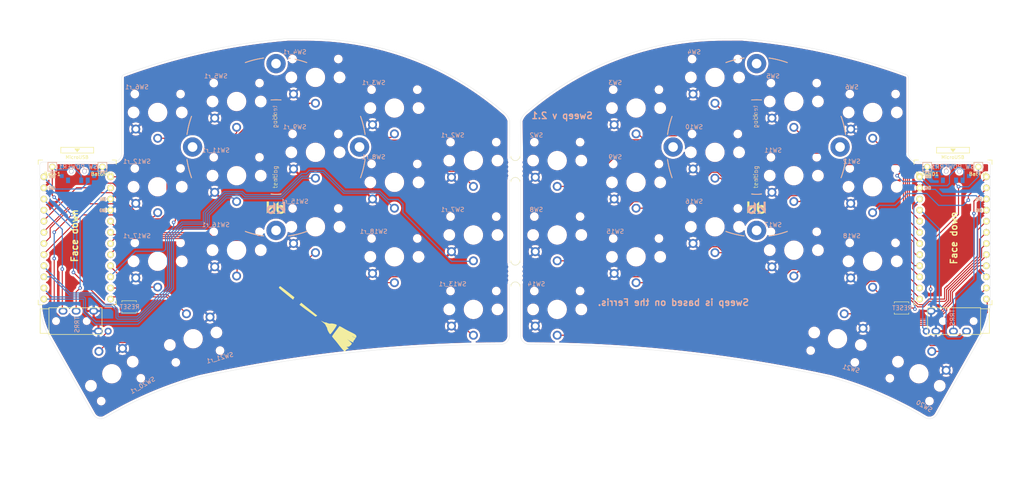
<source format=kicad_pcb>
(kicad_pcb (version 20211014) (generator pcbnew)
  (layers (0 "F.Cu" signal) (31 "B.Cu" signal) (34 "B.Paste" user) (35 "F.Paste" user) (36 "B.SilkS" user "B.Silkscreen") (37 "F.SilkS" user "F.Silkscreen") (38 "B.Mask" user) (39 "F.Mask" user) (44 "Edge.Cuts" user))
  (net 0 "")
  (net 1 "BT+")
  (net 2 "gnd")
  (net 3 "vcc")
  (net 4 "Switch18")
  (net 5 "reset")
  (net 6 "Switch1")
  (net 7 "Switch2")
  (net 8 "Switch3")
  (net 9 "Switch4")
  (net 10 "Switch5")
  (net 11 "Switch6")
  (net 12 "Switch7")
  (net 13 "Switch8")
  (net 14 "Switch9")
  (net 15 "Switch10")
  (net 16 "Switch11")
  (net 17 "Switch12")
  (net 18 "Switch13")
  (net 19 "Switch14")
  (net 20 "Switch15")
  (net 21 "Switch16")
  (net 22 "Switch17")
  (net 23 "Net-(SW_POWER1-Pad1)")
  (net 24 "raw")
  (net 25 "BT+_r")
  (net 26 "Switch18_r")
  (net 27 "reset_r")
  (net 28 "Switch9_r")
  (net 29 "Switch10_r")
  (net 30 "Switch11_r")
  (net 31 "Switch12_r")
  (net 32 "Switch13_r")
  (net 33 "Switch14_r")
  (net 34 "Switch15_r")
  (net 35 "Switch16_r")
  (net 36 "Switch17_r")
  (net 37 "Switch1_r")
  (net 38 "Switch2_r")
  (net 39 "Switch3_r")
  (net 40 "Switch4_r")
  (net 41 "Switch5_r")
  (net 42 "Switch6_r")
  (net 43 "Switch7_r")
  (net 44 "Switch8_r")
  (net 45 "Net-(SW_POWERR1-Pad1)")
  (footprint "kbd:ProMicro_v3_min" (layer "F.Cu") (at 230.178 67.564)
    (fp_text reference "U1" hide)
    (fp_text value "ProMicro-kbd" hide)
  )
  (footprint "Kailh:TRRS-PJ-320A" (layer "F.Cu") (at 236.474 86.052 -90)
    (fp_text reference "J2")
    (fp_text value "AudioJack4dpb" hide)
  )
  (footprint "Kailh:SW_PG1350_nonrev_DPB" (layer "F.Cu") (at 175.856 64.516)
    (fp_text reference "SW16" hide)
    (fp_text value "SW_Push" hide)
  )
  (footprint "Kailh:SW_PG1350_nonrev_DPB" (layer "F.Cu") (at 222.386 98.082 150)
    (fp_text reference "SW20" hide)
    (fp_text value "SW_Push" hide)
  )
  (footprint "Kailh:SW_PG1350_nonrev_DPB" (layer "F.Cu") (at 157.856 71.374)
    (fp_text reference "SW15" hide)
    (fp_text value "SW_Push" hide)
  )
  (footprint "Kailh:SW_PG1350_nonrev_DPB" (layer "F.Cu") (at 203.826 90.082 165)
    (fp_text reference "SW21" hide)
    (fp_text value "SW_Push" hide)
  )
  (footprint "Kailh:SW_PG1350_nonrev_DPB" (layer "F.Cu") (at 193.856 69.85)
    (fp_text reference "SW17" hide)
    (fp_text value "SW_Push" hide)
  )
  (footprint "Kailh:SW_PG1350_nonrev_DPB" (layer "F.Cu") (at 211.836 72.39)
    (fp_text reference "SW18" hide)
    (fp_text value "SW_Push" hide)
  )
  (footprint "Kailh:SW_PG1350_nonrev_DPB" (layer "F.Cu") (at 175.856 30.382)
    (fp_text reference "SW4" hide)
    (fp_text value "SW_Push" hide)
  )
  (footprint "Kailh:SW_PG1350_nonrev_DPB" (layer "F.Cu") (at 157.856 37.382)
    (fp_text reference "SW3" hide)
    (fp_text value "SW_Push" hide)
  )
  (footprint "Kailh:SW_PG1350_nonrev_DPB" (layer "F.Cu") (at 157.856 54.356)
    (fp_text reference "SW9" hide)
    (fp_text value "SW_Push" hide)
  )
  (footprint "Kailh:SW_PG1350_nonrev_DPB" (layer "F.Cu") (at 139.856 83.382)
    (fp_text reference "SW14" hide)
    (fp_text value "SW_Push" hide)
  )
  (footprint "Kailh:SW_PG1350_nonrev_DPB" (layer "F.Cu") (at 211.836 55.372)
    (fp_text reference "SW12" hide)
    (fp_text value "SW_Push" hide)
  )
  (footprint "Kailh:SW_PG1350_nonrev_DPB" (layer "F.Cu") (at 193.856 52.832)
    (fp_text reference "SW11" hide)
    (fp_text value "SW_Push" hide)
  )
  (footprint "Kailh:SW_PG1350_nonrev_DPB" (layer "F.Cu") (at 139.856 66.382)
    (fp_text reference "SW8" hide)
    (fp_text value "SW_Push" hide)
  )
  (footprint "Kailh:SW_PG1350_nonrev_DPB" (layer "F.Cu") (at 211.856 38.382)
    (fp_text reference "SW6" hide)
    (fp_text value "SW_Push" hide)
  )
  (footprint "Kailh:SW_PG1350_nonrev_DPB" (layer "F.Cu") (at 193.856 35.882)
    (fp_text reference "SW5" hide)
    (fp_text value "SW_Push" hide)
  )
  (footprint "Kailh:SW_PG1350_nonrev_DPB" (layer "F.Cu") (at 139.856 49.382)
    (fp_text reference "SW2" hide)
    (fp_text value "SW_Push" hide)
  )
  (footprint "Duckyb-Parts:mouse-bite-5mm-slot-with-space-for-track" (layer "F.Cu") (at 130.302 51.308)
    (fp_text reference "mouse-bite-2mm-slot" hide)
    (fp_text value "VAL**" hide)
  )
  (footprint "Duckyb-Parts:mouse-bite-5mm-slot-with-space-for-track" (layer "F.Cu") (at 130.302 75.184)
    (fp_text reference "mouse-bite-2mm-slot" hide)
    (fp_text value "VAL**" hide)
  )
  (footprint "kbd:SW_SPST_B3U-1000P" (layer "F.Cu") (at 218.44 83.058)
    (fp_text reference "RSW1" hide)
    (fp_text value "SW_Push")
  )
  (footprint "Kailh:SW_PG1350_nonrev_DPB" (layer "F.Cu") (at 175.856 47.498)
    (fp_text reference "SW10" hide)
    (fp_text value "SW_Push" hide)
  )
  (footprint "kbd:Tenting_Puck2" (layer "F.Cu") (at 185.356 46.282)
    (fp_text reference "REF**")
    (fp_text value "Tenting Puck")
  )
  (footprint "kbd:1pin_conn" (layer "F.Cu") (at 235.966 50.8)
    (fp_text reference "Bat+r1")
    (fp_text value "MountingHole_Pad" hide)
  )
  (footprint "kbd:1pin_conn" (layer "F.Cu") (at 224.282 50.8)
    (fp_text reference "BatGND1")
    (fp_text value "MountingHole_Pad" hide)
  )
  (footprint "kbd:ProMicro_v3_min" (layer "F.Cu") (at 30.326 67.564)
    (fp_text reference "U2" hide)
    (fp_text value "ProMicro-kbd" hide)
  )
  (footprint "Kailh:TRRS-PJ-320A" (layer "F.Cu") (at 23.876 86.052 90)
    (fp_text reference "J1")
    (fp_text value "AudioJack4dpb" hide)
  )
  (footprint "Kailh:SW_PG1350_nonrev_DPB" (layer "F.Cu") (at 48.686 72.39)
    (fp_text reference "SW17_r1" hide)
    (fp_text value "SW_Push" hide)
  )
  (footprint "Kailh:SW_PG1350_nonrev_DPB" (layer "F.Cu") (at 66.7 52.832)
    (fp_text reference "SW11_r1" hide)
    (fp_text value "SW_Push" hide)
  )
  (footprint "Kailh:SW_PG1350_nonrev_DPB" (layer "F.Cu") (at 84.688 64.516)
    (fp_text reference "SW15_r1" hide)
    (fp_text value "SW_Push" hide)
  )
  (footprint "Kailh:SW_PG1350_nonrev_DPB" (layer "F.Cu") (at 102.714 71.374)
    (fp_text reference "SW18_r1" hide)
    (fp_text value "SW_Push" hide)
  )
  (footprint "Kailh:SW_PG1350_nonrev_DPB" (layer "F.Cu") (at 48.686 38.382)
    (fp_text reference "SW6_r1" hide)
    (fp_text value "SW_Push" hide)
  )
  (footprint "Kailh:SW_PG1350_nonrev_DPB" (layer "F.Cu") (at 66.7 35.882)
    (fp_text reference "SW5_r1" hide)
    (fp_text value "SW_Push" hide)
  )
  (footprint "Kailh:SW_PG1350_nonrev_DPB" (layer "F.Cu") (at 120.732 49.382)
    (fp_text reference "SW2_r1" hide)
    (fp_text value "SW_Push" hide)
  )
  (footprint "Kailh:SW_PG1350_nonrev_DPB" (layer "F.Cu") (at 66.7 69.85)
    (fp_text reference "SW16_r1" hide)
    (fp_text value "SW_Push" hide)
  )
  (footprint "Kailh:SW_PG1350_nonrev_DPB" (layer "F.Cu") (at 84.688 30.382)
    (fp_text reference "SW4_r1" hide)
    (fp_text value "SW_Push" hide)
  )
  (footprint "Kailh:SW_PG1350_nonrev_DPB" (layer "F.Cu") (at 120.732 83.382)
    (fp_text reference "SW13_r1" hide)
    (fp_text value "SW_Push" hide)
  )
  (footprint "Kailh:SW_PG1350_nonrev_DPB" (layer "F.Cu") (at 48.686 55.372)
    (fp_text reference "SW12_r1" hide)
    (fp_text value "SW_Push" hide)
  )
  (footprint "Kailh:SW_PG1350_nonrev_DPB" (layer "F.Cu") (at 102.714 37.382)
    (fp_text reference "SW3_r1" hide)
    (fp_text value "SW_Push" hide)
  )
  (footprint "Kailh:SW_PG1350_nonrev_DPB" (layer "F.Cu") (at 102.714 54.356)
    (fp_text reference "SW8_r1" hide)
    (fp_text value "SW_Push" hide)
  )
  (footprint "Kailh:SW_PG1350_nonrev_DPB" (layer "F.Cu") (at 56.778 90.082 -165)
    (fp_text reference "SW21_r1" hide)
    (fp_text value "SW_Push" hide)
  )
  (footprint "Kailh:ferris_broom" (layer "F.Cu") (at 84.074 85.344 7)
    (fp_text reference "G***" hide)
    (fp_text value "LOGO" hide)
  )
  (footprint "Kailh:SW_PG1350_nonrev_DPB" (layer "F.Cu") (at 84.688 47.498)
    (fp_text reference "SW9_r1" hide)
    (fp_text value "SW_Push" hide)
  )
  (footprint "Kailh:SW_PG1350_nonrev_DPB" (layer "F.Cu") (at 38.218 98.082 -150)
    (fp_text reference "SW20_r1" hide)
    (fp_text value "SW_Push" hide)
  )
  (footprint "Kailh:SW_PG1350_nonrev_DPB" (layer "F.Cu") (at 120.732 66.382)
    (fp_text reference "SW7_r1" hide)
    (fp_text value "SW_Push" hide)
  )
  (footprint "kbd:Tenting_Puck2" (layer "F.Cu") (at 75.692 46.282)
    (fp_text reference "REF**")
    (fp_text value "Tenting Puck")
  )
  (footprint "kbd:1pin_conn" (layer "F.Cu") (at 36.068 50.8)
    (fp_text reference "BatGND4")
    (fp_text value "MountingHole_Pad" hide)
  )
  (footprint "kbd:1pin_conn" (layer "F.Cu") (at 24.638 50.8)
    (fp_text reference "Bat+1")
    (fp_text value "MountingHole_Pad" hide)
  )
  (footprint "kbd:SW_SPST_B3U-1000P" (layer "F.Cu") (at 42.164 82.804)
    (fp_text reference "RSW2" hide)
    (fp_text value "SW_Push")
  )
  (footprint "" (layer "F.Cu") (at 38.076 87.752)
    (fp_text reference "")
    (fp_text value "")
  )
  (footprint "" (layer "F.Cu") (at 224.076 88.752)
    (fp_text reference "")
    (fp_text value "")
  )
  (footprint "Kailh:SPDT_C128955" (layer "B.Cu") (at 230.124 51.816 180)
    (fp_text reference "SW_POWERR1")
    (fp_text value "SW_SPDT")
  )
  (footprint "Kailh:SPDT_C128955" (layer "B.Cu") (at 30.48 51.816 180)
    (fp_text reference "SW_POWER1")
    (fp_text value "SW_SPDT")
  )
  (gr_line (start 131.5085 77.724) (end 131.506 89.547024) (layer "Edge.Cuts") (width 0.05))
  (gr_line (start 219.998001 47.763999) (end 219.998045 30.439419) (layer "Edge.Cuts") (width 0.05))
  (gr_arc (start 226.446 107.451265) (mid 225.204995 108.32098) (end 223.714 108.05) (layer "Edge.Cuts") (width 0.05))
  (gr_arc (start 222.033002 49.694917) (mid 220.620534 49.145716) (end 219.998001 47.763999) (layer "Edge.Cuts") (width 0.05))
  (gr_arc (start 182.067777 21.502679) (mid 201.091879 24.375764) (end 219.56329 29.758889) (layer "Edge.Cuts") (width 0.05))
  (gr_arc (start 132.892692 38.264646) (mid 153.988408 25.788783) (end 178.120389 21.508139) (layer "Edge.Cuts") (width 0.05))
  (gr_arc (start 237.938 49.692) (mid 238.46833 49.91167) (end 238.688 50.442) (layer "Edge.Cuts") (width 0.05))
  (gr_arc (start 131.466055 40.278702) (mid 132.022929 39.160882) (end 132.893 38.265) (layer "Edge.Cuts") (width 0.05))
  (gr_arc (start 133.544 91.383119) (mid 132.156573 90.874102) (end 131.506254 89.547024) (layer "Edge.Cuts") (width 0.05))
  (gr_arc (start 219.56329 29.758889) (mid 219.880079 30.035645) (end 219.998045 30.439419) (layer "Edge.Cuts") (width 0.05))
  (gr_arc (start 202.185134 98.863946) (mid 213.262488 102.723597) (end 223.714 108.05) (layer "Edge.Cuts") (width 0.05))
  (gr_line (start 222.033002 49.694917) (end 237.938 49.692) (layer "Edge.Cuts") (width 0.05))
  (gr_arc (start 133.544 91.383119) (mid 168.064442 93.289554) (end 202.185134 98.863946) (layer "Edge.Cuts") (width 0.05))
  (gr_line (start 238.688 58.42) (end 238.688 66.548) (layer "Edge.Cuts") (width 0.05))
  (gr_line (start 236.953304 88.85815) (end 226.446 107.451265) (layer "Edge.Cuts") (width 0.05))
  (gr_arc (start 238.7 81.534) (mid 238.242913 85.295347) (end 236.953304 88.85815) (layer "Edge.Cuts") (width 0.05))
  (gr_line (start 182.067777 21.502679) (end 178.120389 21.508139) (layer "Edge.Cuts") (width 0.05))
  (gr_line (start 238.688 50.442) (end 238.688 58.42) (layer "Edge.Cuts") (width 0.05))
  (gr_line (start 131.466055 40.278702) (end 131.572 48.768) (layer "Edge.Cuts") (width 0.05))
  (gr_line (start 129.3495 48.768) (end 128.96 48.768) (layer "Edge.Cuts") (width 0.05))
  (gr_line (start 238.688 66.548) (end 238.688 75.438) (layer "Edge.Cuts") (width 0.05))
  (gr_line (start 238.688 75.438) (end 238.7 81.534) (layer "Edge.Cuts") (width 0.05))
  (gr_line (start 129.3495 72.644) (end 128.96 72.644) (layer "Edge.Cuts") (width 0.05))
  (gr_line (start 129.3495 53.848) (end 128.96 53.848) (layer "Edge.Cuts") (width 0.05))
  (gr_line (start 129.3495 77.724) (end 128.96 77.724) (layer "Edge.Cuts") (width 0.05))
  (gr_line (start 131.572 53.848) (end 131.572 72.644) (layer "Edge.Cuts") (width 0.05))
  (gr_line (start 78.412223 21.502679) (end 82.613611 21.508139) (layer "Edge.Cuts") (width 0.05))
  (gr_line (start 21.792 50.442) (end 21.792 58.42) (layer "Edge.Cuts") (width 0.05))
  (gr_line (start 128.96 77.724) (end 128.975507 89.545022) (layer "Edge.Cuts") (width 0.05))
  (gr_arc (start 127.587 38.265) (mid 128.457071 39.160882) (end 129.013945 40.278702) (layer "Edge.Cuts") (width 0.05))
  (gr_arc (start 128.975507 89.545022) (mid 128.324689 90.873432) (end 126.936 91.383119) (layer "Edge.Cuts") (width 0.05))
  (gr_line (start 40.481999 47.763999) (end 40.481955 30.439419) (layer "Edge.Cuts") (width 0.05))
  (gr_line (start 21.792 66.548) (end 21.792 73.914) (layer "Edge.Cuts") (width 0.05))
  (gr_line (start 23.526696 88.85815) (end 34.034 107.451265) (layer "Edge.Cuts") (width 0.05))
  (gr_arc (start 40.481999 47.763999) (mid 39.859467 49.145717) (end 38.446998 49.694917) (layer "Edge.Cuts") (width 0.05))
  (gr_arc (start 40.91671 29.758889) (mid 59.388121 24.375764) (end 78.412223 21.502679) (layer "Edge.Cuts") (width 0.05))
  (gr_arc (start 58.294866 98.863946) (mid 92.415558 93.289555) (end 126.936 91.383119) (layer "Edge.Cuts") (width 0.05))
  (gr_arc (start 23.526696 88.85815) (mid 22.237087 85.295347) (end 21.78 81.534) (layer "Edge.Cuts") (width 0.05))
  (gr_arc (start 21.792 50.442) (mid 22.01167 49.91167) (end 22.542 49.692) (layer "Edge.Cuts") (width 0.05))
  (gr_line (start 38.446998 49.694917) (end 22.542 49.692) (layer "Edge.Cuts") (width 0.05))
  (gr_line (start 21.792 58.42) (end 21.792 66.548) (layer "Edge.Cuts") (width 0.05))
  (gr_arc (start 40.481955 30.439419) (mid 40.599921 30.035645) (end 40.91671 29.758889) (layer "Edge.Cuts") (width 0.05))
  (gr_arc (start 36.766 108.05) (mid 35.275005 108.32098) (end 34.034 107.451265) (layer "Edge.Cuts") (width 0.05))
  (gr_arc (start 82.613611 21.508139) (mid 106.610476 25.833455) (end 127.587 38.265) (layer "Edge.Cuts") (width 0.05))
  (gr_arc (start 36.766 108.05) (mid 47.217512 102.723597) (end 58.294866 98.863946) (layer "Edge.Cuts") (width 0.05))
  (gr_line (start 21.792 73.914) (end 21.78 81.534) (layer "Edge.Cuts") (width 0.05))
  (gr_line (start 128.96 53.848) (end 128.96 72.644) (layer "Edge.Cuts") (width 0.05))
  (gr_line (start 129.013945 40.278702) (end 128.96 48.768) (layer "Edge.Cuts") (width 0.05))
  (gr_line (start 131.572 48.768) (end 131.2545 48.768) (layer "Edge.Cuts") (width 0.05))
  (gr_arc (start 131.254499 72.644) (mid 130.302 73.288873) (end 129.349501 72.643999) (layer "Edge.Cuts") (width 0.05))
  (gr_line (start 131.572 53.848) (end 131.2545 53.848) (layer "Edge.Cuts") (width 0.05))
  (gr_arc (start 129.349501 77.724) (mid 130.302 77.079127) (end 131.254499 77.724001) (layer "Edge.Cuts") (width 0.05))
  (gr_line (start 131.572 72.644) (end 131.2545 72.644) (layer "Edge.Cuts") (width 0.05))
  (gr_arc (start 131.254499 48.768) (mid 130.302 49.412873) (end 129.349501 48.767999) (layer "Edge.Cuts") (width 0.05))
  (gr_line (start 131.5085 77.724) (end 131.2545 77.724) (layer "Edge.Cuts") (width 0.05))
  (gr_arc (start 129.349501 53.848) (mid 130.302 53.203127) (end 131.254499 53.848001) (layer "Edge.Cuts") (width 0.05))
  (gr_text "Sweep v 2.1" (at 140.97 39.116) (layer "B.SilkS") (effects (font (size 1.5 1.5) (thickness 0.3)) (justify mirror)))
  (gr_text "Sweep is based on the Ferris." (at 166.37 81.788) (layer "B.SilkS") (effects (font (size 1.5 1.5) (thickness 0.3)) (justify mirror)))
  (gr_text "Face down" (at 230.378 67.056 90) (layer "F.SilkS") (effects (font (size 1.5 1.5) (thickness 0.3))))
  (gr_text "Face down" (at 29.718 66.548 90) (layer "F.SilkS") (effects (font (size 1.5 1.5) (thickness 0.3))))
  (segment (start 24.638 57.314) (end 24.638 50.8) (width 0.25) (layer "F.Cu") (net 1))
  (segment (start 25.076 71.752) (end 25.076 83.752) (width 0.25) (layer "F.Cu") (net 1))
  (segment (start 25.076 57.752) (end 24.638 57.314) (width 0.25) (layer "F.Cu") (net 1))
  (segment (start 25.076 83.752) (end 31.076 89.752) (width 0.25) (layer "F.Cu") (net 1))
  (segment (start 25.076 65.752) (end 29.076 61.752) (width 0.25) (layer "F.Cu") (net 1))
  (segment (start 31.076 89.752) (end 35.976 89.752) (width 0.25) (layer "F.Cu") (net 1))
  (segment (start 35.976 89.752) (end 37.376 88.352) (width 0.25) (layer "F.Cu") (net 1))
  (via (at 25.076 71.752) (size 0.8) (drill 0.4) (layers "F.Cu" "B.Cu") (net 1))
  (via (at 29.076 61.752) (size 0.8) (drill 0.4) (layers "F.Cu" "B.Cu") (net 1))
  (via (at 25.076 65.752) (size 0.8) (drill 0.4) (layers "F.Cu" "B.Cu") (net 1))
  (via (at 25.076 57.752) (size 0.8) (drill 0.4) (layers "F.Cu" "B.Cu") (net 1))
  (segment (start 25.360999 51.522999) (end 28.051999 51.522999) (width 0.25) (layer "B.Cu") (net 1))
  (segment (start 24.638 50.8) (end 25.360999 51.522999) (width 0.25) (layer "B.Cu") (net 1))
  (segment (start 29.046501 50.890501) (end 29.373499 50.890501) (width 0.25) (layer "B.Cu") (net 1))
  (segment (start 28.738499 50.836499) (end 28.992499 50.836499) (width 0.25) (layer "B.Cu") (net 1))
  (segment (start 31.23 52.747002) (end 31.23 53.891) (width 0.25) (layer "B.Cu") (net 1))
  (segment (start 28.051999 51.522999) (end 28.738499 50.836499) (width 0.25) (layer "B.Cu") (net 1))
  (segment (start 29.373499 50.890501) (end 31.23 52.747002) (width 0.25) (layer "B.Cu") (net 1))
  (segment (start 28.992499 50.836499) (end 29.046501 50.890501) (width 0.25) (layer "B.Cu") (net 1))
  (segment (start 29.076 61.752) (end 25.076 57.752) (width 0.25) (layer "B.Cu") (net 1))
  (segment (start 25.076 71.752) (end 25.076 65.752) (width 0.25) (layer "B.Cu") (net 1))
  (segment (start 224.8576 85.65317) (end 225.174 85.33677) (width 0.25) (layer "F.Cu") (net 2))
  (segment (start 225.174 85.33677) (end 225.174 83.552) (width 0.25) (layer "F.Cu") (net 2))
  (segment (start 216.74 83.058) (end 216.74 84.758) (width 0.25) (layer "F.Cu") (net 2))
  (segment (start 216.74 85.54477) (end 216.8484 85.65317) (width 0.25) (layer "F.Cu") (net 2))
  (segment (start 216.8484 85.65317) (end 224.8576 85.65317) (width 0.25) (layer "F.Cu") (net 2))
  (segment (start 225.204 83.522) (end 225.174 83.552) (width 0.25) (layer "F.Cu") (net 2))
  (segment (start 216.74 84.758) (end 216.74 85.54477) (width 0.25) (layer "F.Cu") (net 2))
  (segment (start 40.40601 82.74601) (end 40.464 82.804) (width 0.25) (layer "F.Cu") (net 2))
  (segment (start 213.159159 42.182) (end 206.856 42.182) (width 0.25) (layer "B.Cu") (net 2))
  (segment (start 221.777159 50.8) (end 213.159159 42.182) (width 0.25) (layer "B.Cu") (net 2))
  (segment (start 226.254 88.332) (end 226.274 88.352) (width 0.25) (layer "B.Cu") (net 2))
  (segment (start 226.244 88.322) (end 226.274 88.352) (width 0.25) (layer "B.Cu") (net 2))
  (segment (start 224.282 50.8) (end 221.777159 50.8) (width 0.25) (layer "B.Cu") (net 2))
  (segment (start 26.924 83.4) (end 27.076 83.552) (width 0.25) (layer "F.Cu") (net 3))
  (segment (start 26.924 74.168) (end 26.924 83.4) (width 0.25) (layer "F.Cu") (net 3))
  (via (at 26.924 74.168) (size 0.8) (drill 0.4) (layers "F.Cu" "B.Cu") (net 3))
  (segment (start 233.254 88.332) (end 233.274 88.352) (width 0.25) (layer "B.Cu") (net 3))
  (segment (start 26.924 74.168) (end 26.924 74.422) (width 0.25) (layer "B.Cu") (net 3))
  (segment (start 26.924 65.1126) (end 26.924 74.168) (width 0.25) (layer "B.Cu") (net 3))
  (segment (start 22.5174 60.706) (end 26.924 65.1126) (width 0.25) (layer "B.Cu") (net 3))
  (segment (start 233.274 88.152) (end 231.764 89.662) (width 0.25) (layer "B.Cu") (net 3))
  (segment (start 229.108 89.662) (end 228.6 89.154) (width 0.25) (layer "B.Cu") (net 3))
  (segment (start 227.076 65.0126) (end 222.7694 60.706) (width 0.25) (layer "B.Cu") (net 3))
  (segment (start 228.6 89.154) (end 228.6 83.82) (width 0.25) (layer "B.Cu") (net 3))
  (segment (start 228.6 83.82) (end 227.076 82.296) (width 0.25) (layer "B.Cu") (net 3))
  (segment (start 231.764 89.662) (end 229.108 89.662) (width 0.25) (layer "B.Cu") (net 3))
  (segment (start 227.076 82.296) (end 227.076 65.0126) (width 0.25) (layer "B.Cu") (net 3))
  (segment (start 237.9894 55.626) (end 234.95 58.6654) (width 0.25) (layer "F.Cu") (net 4))
  (segment (start 234.95 58.6654) (end 234.95 61.468) (width 0.25) (layer "F.Cu") (net 4))
  (via (at 234.95 61.468) (size 0.8) (drill 0.4) (layers "F.Cu" "B.Cu") (net 4))
  (segment (start 230.274 81.13) (end 234.95 76.454) (width 0.25) (layer "B.Cu") (net 4))
  (segment (start 230.274 88.152) (end 230.274 81.13) (width 0.25) (layer "B.Cu") (net 4))
  (segment (start 234.95 61.468) (end 234.95 61.468) (width 0.25) (layer "B.Cu") (net 4))
  (segment (start 234.95 76.454) (end 234.95 61.468) (width 0.25) (layer "B.Cu") (net 4))
  (segment (start 220.14 83.058) (end 221.234 83.058) (width 0.25) (layer "F.Cu") (net 5))
  (segment (start 221.234 83.058) (end 221.488 83.312) (width 0.25) (layer "F.Cu") (net 5))
  (via (at 221.488 83.312) (size 0.8) (drill 0.4) (layers "F.Cu" "B.Cu") (net 5))
  (segment (start 221.488 82.55) (end 221.234 82.296) (width 0.25) (layer "B.Cu") (net 5))
  (segment (start 221.488 83.312) (end 221.488 82.55) (width 0.25) (layer "B.Cu") (net 5))
  (segment (start 221.234 59.7014) (end 221.234 82.296) (width 0.25) (layer "B.Cu") (net 5))
  (segment (start 222.7694 58.166) (end 221.234 59.7014) (width 0.25) (layer "B.Cu") (net 5))
  (segment (start 164.03999 43.73201) (end 167.057719 43.732009) (width 0.25) (layer "F.Cu") (net 6))
  (segment (start 188.6032 46.36602) (end 196.53079 46.36602) (width 0.25) (layer "F.Cu") (net 6))
  (segment (start 205.486 50.8) (end 205.994 50.292) (width 0.25) (layer "F.Cu") (net 6))
  (segment (start 139.856 55.282) (end 146.295954 55.282) (width 0.25) (layer "F.Cu") (net 6))
  (segment (start 218.41796 51.83804) (end 217.424 52.832) (width 0.25) (layer "F.Cu") (net 6))
  (segment (start 146.295954 55.282) (end 156.954953 44.623001) (width 0.25) (layer "F.Cu") (net 6))
  (segment (start 205.994 50.292) (end 217.678 50.292) (width 0.25) (layer "F.Cu") (net 6))
  (segment (start 169.641728 41.148) (end 183.38518 41.148) (width 0.25) (layer "F.Cu") (net 6))
  (segment (start 202.946 50.8) (end 205.486 50.8) (width 0.25) (layer "F.Cu") (net 6))
  (segment (start 197.85878 47.69401) (end 199.84001 47.69401) (width 0.25) (layer "F.Cu") (net 6))
  (segment (start 237.675495 76.259905) (end 237.9894 75.946) (width 0.25) (layer "F.Cu") (net 6))
  (segment (start 217.678 50.292) (end 218.41796 51.03196) (width 0.25) (layer "F.Cu") (net 6))
  (segment (start 196.53079 46.36602) (end 197.85878 47.69401) (width 0.25) (layer "F.Cu") (net 6))
  (segment (start 156.954953 44.623001) (end 163.148999 44.623001) (width 0.25) (layer "F.Cu") (net 6))
  (segment (start 218.41796 51.03196) (end 218.41796 51.83804) (width 0.25) (layer "F.Cu") (net 6))
  (segment (start 199.84001 47.69401) (end 202.946 50.8) (width 0.25) (layer "F.Cu") (net 6))
  (segment (start 183.38518 41.148) (end 188.6032 46.36602) (width 0.25) (layer "F.Cu") (net 6))
  (segment (start 217.424 52.832) (end 217.424 52.832) (width 0.25) (layer "F.Cu") (net 6))
  (segment (start 163.148999 44.623001) (end 164.03999 43.73201) (width 0.25) (layer "F.Cu") (net 6))
  (segment (start 167.057719 43.732009) (end 169.641728 41.148) (width 0.25) (layer "F.Cu") (net 6))
  (via (at 217.424 52.832) (size 0.8) (drill 0.4) (layers "F.Cu" "B.Cu") (net 6))
  (segment (start 237.9894 75.946) (end 236.4697 74.4263) (width 0.25) (layer "B.Cu") (net 6))
  (segment (start 236.4697 58.4243) (end 235.4451 57.3997) (width 0.25) (layer "B.Cu") (net 6))
  (segment (start 236.4697 74.4263) (end 236.4697 58.4243) (width 0.25) (layer "B.Cu") (net 6))
  (segment (start 224.711081 55.958919) (end 222.925163 54.173001) (width 0.25) (layer "B.Cu") (net 6))
  (segment (start 218.765001 54.173001) (end 217.424 52.832) (width 0.25) (layer "B.Cu") (net 6))
  (segment (start 235.4451 57.3997) (end 227.5797 57.3997) (width 0.25) (layer "B.Cu") (net 6))
  (segment (start 227.5797 57.3997) (end 226.138919 55.958919) (width 0.25) (layer "B.Cu") (net 6))
  (segment (start 226.138919 55.958919) (end 224.711081 55.958919) (width 0.25) (layer "B.Cu") (net 6))
  (segment (start 222.925163 54.173001) (end 218.765001 54.173001) (width 0.25) (layer "B.Cu") (net 6))
  (segment (start 203.07441 50.292) (end 205.35759 50.292) (width 0.25) (layer "F.Cu") (net 7))
  (segment (start 205.933189 49.716401) (end 218.243991 49.716401) (width 0.25) (layer "F.Cu") (net 7))
  (segment (start 218.86797 50.34038) (end 218.86797 65.70597) (width 0.25) (layer "F.Cu") (net 7))
  (segment (start 200.026411 47.244001) (end 203.07441 50.292) (width 0.25) (layer "F.Cu") (net 7))
  (segment (start 159.234991 44.172991) (end 162.962599 44.172991) (width 0.25) (layer "F.Cu") (net 7))
  (segment (start 163.853591 43.282001) (end 166.871317 43.282001) (width 0.25) (layer "F.Cu") (net 7))
  (segment (start 157.856 43.282) (end 158.344 43.282) (width 0.25) (layer "F.Cu") (net 7))
  (segment (start 169.513318 40.64) (end 183.51359 40.64) (width 0.25) (layer "F.Cu") (net 7))
  (segment (start 205.35759 50.292) (end 205.933189 49.716401) (width 0.25) (layer "F.Cu") (net 7))
  (segment (start 166.871317 43.282001) (end 169.513318 40.64) (width 0.25) (layer "F.Cu") (net 7))
  (segment (start 162.962599 44.172991) (end 163.853591 43.282001) (width 0.25) (layer "F.Cu") (net 7))
  (segment (start 158.344 43.282) (end 159.234991 44.172991) (width 0.25) (layer "F.Cu") (net 7))
  (segment (start 218.243991 49.716401) (end 218.86797 50.34038) (width 0.25) (layer "F.Cu") (net 7))
  (segment (start 221.234 70.358) (end 221.742 70.866) (width 0.25) (layer "F.Cu") (net 7))
  (segment (start 218.86797 65.70597) (end 221.234 68.072) (width 0.25) (layer "F.Cu") (net 7))
  (segment (start 221.234 68.072) (end 221.234 70.358) (width 0.25) (layer "F.Cu") (net 7))
  (segment (start 221.742 70.866) (end 222.5694 70.866) (width 0.25) (layer "F.Cu") (net 7))
  (segment (start 198.55318 47.244) (end 200.026411 47.244001) (width 0.25) (layer "F.Cu") (net 7))
  (segment (start 198.46359 47.15441) (end 198.55318 47.244) (width 0.25) (layer "F.Cu") (net 7))
  (segment (start 196.71719 45.91601) (end 197.95559 47.15441) (width 0.25) (layer "F.Cu") (net 7))
  (segment (start 183.51359 40.64) (end 188.7896 45.91601) (width 0.25) (layer "F.Cu") (net 7))
  (segment (start 188.7896 45.91601) (end 196.71719 45.91601) (width 0.25) (layer "F.Cu") (net 7))
  (segment (start 197.95559 47.15441) (end 198.46359 47.15441) (width 0.25) (layer "F.Cu") (net 7))
  (segment (start 219.31798 64.87458) (end 222.7694 68.326) (width 0.25) (layer "F.Cu") (net 8))
  (segment (start 188.976 45.466) (end 196.90359 45.466) (width 0.25) (layer "F.Cu") (net 8))
  (segment (start 179.76399 40.18999) (end 183.69999 40.18999) (width 0.25) (layer "F.Cu") (net 8))
  (segment (start 198.1156 46.67801) (end 200.20999 46.67801) (width 0.25) (layer "F.Cu") (net 8))
  (segment (start 218.430392 49.266392) (end 219.31798 50.15398) (width 0.25) (layer "F.Cu") (net 8))
  (segment (start 183.69999 40.18999) (end 188.976 45.466) (width 0.25) (layer "F.Cu") (net 8))
  (segment (start 205.17119 49.84199) (end 205.746788 49.266392) (width 0.25) (layer "F.Cu") (net 8))
  (segment (start 219.31798 50.15398) (end 219.31798 64.87458) (width 0.25) (layer "F.Cu") (net 8))
  (segment (start 196.90359 45.466) (end 198.1156 46.67801) (width 0.25) (layer "F.Cu") (net 8))
  (segment (start 175.856 36.282) (end 179.76399 40.18999) (width 0.25) (layer "F.Cu") (net 8))
  (segment (start 205.746788 49.266392) (end 218.430392 49.266392) (width 0.25) (layer "F.Cu") (net 8))
  (segment (start 203.26081 49.84199) (end 205.17119 49.84199) (width 0.25) (layer "F.Cu") (net 8))
  (segment (start 200.20999 46.67801) (end 200.20999 46.79117) (width 0.25) (layer "F.Cu") (net 8))
  (segment (start 200.20999 46.79117) (end 203.26081 49.84199) (width 0.25) (layer "F.Cu") (net 8))
  (segment (start 193.856 41.782) (end 198.302 46.228) (width 0.25) (layer "F.Cu") (net 9))
  (segment (start 219.76799 49.84199) (end 219.76799 62.78459) (width 0.25) (layer "F.Cu") (net 9))
  (segment (start 203.44721 49.39198) (end 204.98479 49.39198) (width 0.25) (layer "F.Cu") (net 9))
  (segment (start 205.560388 48.816382) (end 218.742382 48.816382) (width 0.25) (layer "F.Cu") (net 9))
  (segment (start 218.742382 48.816382) (end 219.76799 49.84199) (width 0.25) (layer "F.Cu") (net 9))
  (segment (start 200.66 46.49161) (end 200.66 46.60477) (width 0.25) (layer "F.Cu") (net 9))
  (segment (start 200.396391 46.228001) (end 200.66 46.49161) (width 0.25) (layer "F.Cu") (net 9))
  (segment (start 204.98479 49.39198) (end 205.560388 48.816382) (width 0.25) (layer "F.Cu") (net 9))
  (segment (start 219.76799 62.78459) (end 222.7694 65.786) (width 0.25) (layer "F.Cu") (net 9))
  (segment (start 198.302 46.228) (end 200.396391 46.228001) (width 0.25) (layer "F.Cu") (net 9))
  (segment (start 200.66 46.60477) (end 203.44721 49.39198) (width 0.25) (layer "F.Cu") (net 9))
  (segment (start 220.218 49.276) (end 220.218 60.6946) (width 0.25) (layer "F.Cu") (net 10))
  (segment (start 211.856 44.282) (end 215.940372 48.366372) (width 0.25) (layer "F.Cu") (net 10))
  (segment (start 215.940372 48.366372) (end 219.308372 48.366372) (width 0.25) (layer "F.Cu") (net 10))
  (segment (start 220.218 60.6946) (end 222.7694 63.246) (width 0.25) (layer "F.Cu") (net 10))
  (segment (start 219.308372 48.366372) (end 220.218 49.276) (width 0.25) (layer "F.Cu") (net 10))
  (segment (start 190.290508 58.98599) (end 192.78552 56.49098) (width 0.25) (layer "F.Cu") (net 11))
  (segment (start 160.13599 59.80599) (end 166.738918 59.80599) (width 0.25) (layer "F.Cu") (net 11))
  (segment (start 157.339659 58.787659) (end 159.117659 58.787659) (width 0.25) (layer "F.Cu") (net 11))
  (segment (start 139.856 72.282) (end 143.845318 72.282) (width 0.25) (layer "F.Cu") (net 11))
  (segment (start 143.845318 72.282) (end 157.339659 58.787659) (width 0.25) (layer "F.Cu") (net 11))
  (segment (start 180.097546 55.106454) (end 180.097546 56.399546) (width 0.25) (layer "F.Cu") (net 11))
  (segment (start 197.209801 56.490981) (end 205.858801 65.139981) (width 0.25) (layer "F.Cu") (net 11))
  (segment (start 176.598082 51.60699) (end 180.097546 55.106454) (width 0.25) (layer "F.Cu") (net 11))
  (segment (start 217.665571 65.139981) (end 220.534795 68.009205) (width 0.25) (layer "F.Cu") (net 11))
  (segment (start 182.68399 58.98599) (end 190.290508 58.98599) (width 0.25) (layer "F.Cu") (net 11))
  (segment (start 220.534795 68.009205) (end 220.61002 68.08443) (width 0.25) (layer "F.Cu") (net 11))
  (segment (start 220.61002 68.08443) (end 220.61002 72.52802) (width 0.25) (layer "F.Cu") (net 11))
  (segment (start 159.117659 58.787659) (end 160.13599 59.80599) (width 0.25) (layer "F.Cu") (net 11))
  (segment (start 174.937919 51.606989) (end 176.598082 51.60699) (width 0.25) (layer "F.Cu") (net 11))
  (segment (start 166.738918 59.80599) (end 174.937919 51.606989) (width 0.25) (layer "F.Cu") (net 11))
  (segment (start 205.858801 65.139981) (end 217.665571 65.139981) (width 0.25) (layer "F.Cu") (net 11))
  (segment (start 220.61002 72.52802) (end 221.488 73.406) (width 0.25) (layer "F.Cu") (net 11))
  (segment (start 221.488 73.406) (end 222.5694 73.406) (width 0.25) (layer "F.Cu") (net 11))
  (segment (start 192.78552 56.49098) (end 197.209801 56.490981) (width 0.25) (layer "F.Cu") (net 11))
  (segment (start 180.097546 56.399546) (end 182.68399 58.98599) (width 0.25) (layer "F.Cu") (net 11))
  (segment (start 205.6724 65.58999) (end 217.479171 65.589991) (width 0.25) (layer "F.Cu") (net 12))
  (segment (start 219.96259 68.07341) (end 220.16001 68.27083) (width 0.25) (layer "F.Cu") (net 12))
  (segment (start 220.16001 68.27083) (end 220.16001 73.53661) (width 0.25) (layer "F.Cu") (net 12))
  (segment (start 217.479171 65.589991) (end 219.96259 68.07341) (width 0.25) (layer "F.Cu") (net 12))
  (segment (start 220.16001 73.53661) (end 222.5694 75.946) (width 0.25) (layer "F.Cu") (net 12))
  (segment (start 179.578 55.223318) (end 179.578 56.57159) (width 0.25) (layer "F.Cu") (net 12))
  (segment (start 197.0234 56.94099) (end 205.6724 65.58999) (width 0.25) (layer "F.Cu") (net 12))
  (segment (start 166.925318 60.256) (end 175.124319 52.056999) (width 0.25) (layer "F.Cu") (net 12))
  (segment (start 192.971919 56.940989) (end 197.0234 56.94099) (width 0.25) (layer "F.Cu") (net 12))
  (segment (start 175.124319 52.056999) (end 176.411681 52.056999) (width 0.25) (layer "F.Cu") (net 12))
  (segment (start 190.476908 59.436) (end 192.971919 56.940989) (width 0.25) (layer "F.Cu") (net 12))
  (segment (start 157.856 60.256) (end 166.925318 60.256) (width 0.25) (layer "F.Cu") (net 12))
  (segment (start 182.44241 59.436) (end 190.476908 59.436) (width 0.25) (layer "F.Cu") (net 12))
  (segment (start 179.578 56.57159) (end 182.44241 59.436) (width 0.25) (layer "F.Cu") (net 12))
  (segment (start 176.411681 52.056999) (end 179.578 55.223318) (width 0.25) (layer "F.Cu") (net 12))
  (segment (start 177.116272 53.398) (end 179.12799 55.409718) (width 0.25) (layer "F.Cu") (net 13))
  (segment (start 219.71 75.6266) (end 222.5694 78.486) (width 0.25) (layer "F.Cu") (net 13))
  (segment (start 182.443001 60.073001) (end 190.476317 60.073001) (width 0.25) (layer "F.Cu") (net 13))
  (segment (start 179.12799 56.75799) (end 182.443001 60.073001) (width 0.25) (layer "F.Cu") (net 13))
  (segment (start 193.158319 57.390999) (end 196.836999 57.390999) (width 0.25) (layer "F.Cu") (net 13))
  (segment (start 175.768 53.398) (end 177.116272 53.398) (width 0.25) (layer "F.Cu") (net 13))
  (segment (start 219.644385 68.391615) (end 219.644385 68.639975) (width 0.25) (layer "F.Cu") (net 13))
  (segment (start 190.476317 60.073001) (end 193.158319 57.390999) (width 0.25) (layer "F.Cu") (net 13))
  (segment (start 196.836999 57.390999) (end 205.486 66.04) (width 0.25) (layer "F.Cu") (net 13))
  (segment (start 219.644385 68.639975) (end 219.71 68.70559) (width 0.25) (layer "F.Cu") (net 13))
  (segment (start 217.29277 66.04) (end 219.644385 68.391615) (width 0.25) (layer "F.Cu") (net 13))
  (segment (start 179.12799 55.409718) (end 179.12799 56.75799) (width 0.25) (layer "F.Cu") (net 13))
  (segment (start 219.71 68.70559) (end 219.71 75.6266) (width 0.25) (layer "F.Cu") (net 13))
  (segment (start 205.486 66.04) (end 217.29277 66.04) (width 0.25) (layer "F.Cu") (net 13))
  (segment (start 195.23884 58.732) (end 196.129831 57.841009) (width 0.25) (layer "F.Cu") (net 14))
  (segment (start 221.7477 80.0043) (end 222.7694 81.026) (width 0.25) (layer "F.Cu") (net 14))
  (segment (start 219.202 68.834) (end 219.202 77.4586) (width 0.25) (layer "F.Cu") (net 14))
  (segment (start 215.58801 66.49001) (end 215.646 66.548) (width 0.25) (layer "F.Cu") (net 14))
  (segment (start 205.2996 66.49001) (end 215.58801 66.49001) (width 0.25) (layer "F.Cu") (net 14))
  (segment (start 193.802 58.732) (end 195.23884 58.732) (width 0.25) (layer "F.Cu") (net 14))
  (segment (start 196.129831 57.841009) (end 196.650599 57.841009) (width 0.25) (layer "F.Cu") (net 14))
  (segment (start 219.202 77.4586) (end 221.7477 80.0043) (width 0.25) (layer "F.Cu") (net 14))
  (segment (start 196.650599 57.841009) (end 205.2996 66.49001) (width 0.25) (layer "F.Cu") (net 14))
  (segment (start 216.916 66.548) (end 219.202 68.834) (width 0.25) (layer "F.Cu") (net 14))
  (segment (start 215.646 66.548) (end 216.916 66.548) (width 0.25) (layer "F.Cu") (net 14))
  (segment (start 237.9894 53.086) (end 233.68 57.3954) (width 0.25) (layer "F.Cu") (net 15))
  (segment (start 233.68 57.3954) (end 233.68 58.42) (width 0.25) (layer "F.Cu") (net 15))
  (via (at 233.68 58.42) (size 0.8) (drill 0.4) (layers "F.Cu" "B.Cu") (net 15))
  (segment (start 232.481001 59.618999) (end 233.68 58.42) (width 0.25) (layer "B.Cu") (net 15))
  (segment (start 233.68 58.42) (end 233.68 58.42) (width 0.25) (layer "B.Cu") (net 15))
  (segment (start 211.836 61.272) (end 213.489001 59.618999) (width 0.25) (layer "B.Cu") (net 15))
  (segment (start 219.71 56.896) (end 224.170002 56.896) (width 0.25) (layer "B.Cu") (net 15))
  (segment (start 216.987001 59.618999) (end 219.71 56.896) (width 0.25) (layer "B.Cu") (net 15))
  (segment (start 226.893001 59.618999) (end 232.481001 59.618999) (width 0.25) (layer "B.Cu") (net 15))
  (segment (start 224.170002 56.896) (end 226.893001 59.618999) (width 0.25) (layer "B.Cu") (net 15))
  (segment (start 213.489001 59.618999) (end 216.987001 59.618999) (width 0.25) (layer "B.Cu") (net 15))
  (segment (start 203.14201 77.7916) (end 203.14201 74.10719) (width 0.25) (layer "F.Cu") (net 16))
  (segment (start 210.633118 75.598972) (end 207.31812 78.91397) (width 0.25) (layer "F.Cu") (net 16))
  (segment (start 228.6 78.232) (end 228.69495 78.232) (width 0.25) (layer "F.Cu") (net 16))
  (segment (start 203.14201 74.10719) (end 202.418793 73.383973) (width 0.25) (layer "F.Cu") (net 16))
  (segment (start 228.808717 78.023283) (end 228.6 78.232) (width 0.25) (layer "F.Cu") (net 16))
  (segment (start 216.916 80.772) (end 215.27602 79.13202) (width 0.25) (layer "F.Cu") (net 16))
  (segment (start 222.25 82.296) (end 220.726 80.772) (width 0.25) (layer "F.Cu") (net 16))
  (segment (start 177.719978 69.515978) (end 176.828989 68.624989) (width 0.25) (layer "F.Cu") (net 16))
  (segment (start 228.256865 78.575135) (end 228.256865 80.986725) (width 0.25) (layer "F.Cu") (net 16))
  (segment (start 235.802379 71.124571) (end 235.802379 65.233021) (width 0.25) (layer "F.Cu") (net 16))
  (segment (start 154.641841 75.932999) (end 152.44126 78.13358) (width 0.25) (layer "F.Cu") (net 16))
  (segment (start 202.418793 73.383973) (end 192.910526 73.383972) (width 0.25) (layer "F.Cu") (net 16))
  (segment (start 223.366176 82.296) (end 222.25 82.296) (width 0.25) (layer "F.Cu") (net 16))
  (segment (start 192.910526 73.383972) (end 190.348498 75.946) (width 0.25) (layer "F.Cu") (net 16))
  (segment (start 228.21759 81.026) (end 224.636176 81.026) (width 0.25) (layer "F.Cu") (net 16))
  (segment (start 224.636176 81.026) (end 223.366176 82.296) (width 0.25) (layer "F.Cu") (net 16))
  (segment (start 228.256865 80.986725) (end 228.21759 81.026) (width 0.25) (layer "F.Cu") (net 16))
  (segment (start 185.234659 72.067341) (end 185.234659 71.188659) (width 0.25) (layer "F.Cu") (net 16))
  (segment (start 228.69495 78.232) (end 235.802379 71.124571) (width 0.25) (layer "F.Cu") (net 16))
  (segment (start 190.348498 75.946) (end 189.113318 75.946) (width 0.25) (layer "F.Cu") (net 16))
  (segment (start 143.636 89.282) (end 139.856 89.282) (width 0.25) (layer "F.Cu") (net 16))
  (segment (start 213.424204 75.598972) (end 210.633118 75.598972) (width 0.25) (layer "F.Cu") (net 16))
  (segment (start 149.31074 78.78126) (end 149.25358 78.78126) (width 0.25) (layer "F.Cu") (net 16))
  (segment (start 228.922887 78.023283) (end 228.808717 78.023283) (width 0.25) (layer "F.Cu") (net 16))
  (segment (start 185.234659 71.188659) (end 183.561978 69.515978) (width 0.25) (layer "F.Cu") (net 16))
  (segment (start 189.113318 75.946) (end 185.234659 72.067341) (width 0.25) (layer "F.Cu") (net 16))
  (segment (start 207.31812 78.91397) (end 204.26438 78.91397) (width 0.25) (layer "F.Cu") (net 16))
  (segment (start 220.726 80.772) (end 216.916 80.772) (width 0.25) (layer "F.Cu") (net 16))
  (segment (start 228.6 78.232) (end 228.256865 78.575135) (width 0.25) (layer "F.Cu") (net 16))
  (segment (start 204.26438 78.91397) (end 203.14201 77.7916) (width 0.25) (layer "F.Cu") (net 16))
  (segment (start 235.802379 65.233021) (end 237.7894 63.246) (width 0.25) (layer "F.Cu") (net 16))
  (segment (start 215.27602 77.450788) (end 213.424204 75.598972) (width 0.25) (layer "F.Cu") (net 16))
  (segment (start 215.27602 79.13202) (end 215.27602 77.450788) (width 0.25) (layer "F.Cu") (net 16))
  (segment (start 183.561978 69.515978) (end 177.719978 69.515978) (width 0.25) (layer "F.Cu") (net 16))
  (segment (start 176.828989 68.624989) (end 174.937919 68.624989) (width 0.25) (layer "F.Cu") (net 16))
  (segment (start 149.25358 78.78126) (end 148.18042 79.85442) (width 0.25) (layer "F.Cu") (net 16))
  (segment (start 148.18042 84.73758) (end 143.636 89.282) (width 0.25) (layer "F.Cu") (net 16))
  (segment (start 148.18042 79.85442) (end 148.18042 84.73758) (width 0.25) (layer "F.Cu") (net 16))
  (segment (start 174.937919 68.624989) (end 172.708454 70.854454) (width 0.25) (layer "F.Cu") (net 16))
  (segment (start 172.708454 70.854454) (end 166.889546 70.854454) (width 0.25) (layer "F.Cu") (net 16))
  (segment (start 166.889546 70.854454) (end 161.811001 75.932999) (width 0.25) (layer "F.Cu") (net 16))
  (segment (start 161.811001 75.932999) (end 154.641841 75.932999) (width 0.25) (layer "F.Cu") (net 16))
  (segment (start 152.44126 78.13358) (end 149.95842 78.13358) (width 0.25) (layer "F.Cu") (net 16))
  (segment (start 149.95842 78.13358) (end 149.31074 78.78126) (width 0.25) (layer "F.Cu") (net 16))
  (segment (start 236.252389 67.323011) (end 237.7894 65.786) (width 0.25) (layer "F.Cu") (net 17))
  (segment (start 214.82601 77.637188) (end 214.82601 79.37078) (width 0.25) (layer "F.Cu") (net 17))
  (segment (start 236.252389 71.330191) (end 236.252389 67.323011) (width 0.25) (layer "F.Cu") (net 17))
  (segment (start 213.237803 76.048981) (end 214.82601 77.637188) (width 0.25) (layer "F.Cu") (net 17))
  (segment (start 229.109287 78.473293) (end 236.252389 71.330191) (width 0.25) (layer "F.Cu") (net 17))
  (segment (start 210.81952 76.04898) (end 213.237803 76.048981) (width 0.25) (layer "F.Cu") (net 17))
  (segment (start 222.108883 82.791293) (end 223.507293 82.791293) (width 0.25) (layer "F.Cu") (net 17))
  (segment (start 229.090067 78.473293) (end 229.109287 78.473293) (width 0.25) (layer "F.Cu") (net 17))
  (segment (start 223.507293 82.791293) (end 224.764586 81.534) (width 0.25) (layer "F.Cu") (net 17))
  (segment (start 228.706875 81.173125) (end 228.706875 78.856485) (width 0.25) (layer "F.Cu") (net 17))
  (segment (start 216.698615 81.243385) (end 220.560975 81.243385) (width 0.25) (layer "F.Cu") (net 17))
  (segment (start 175.124319 69.074999) (end 176.543001 69.074999) (width 0.25) (layer "F.Cu") (net 17))
  (segment (start 183.272012 69.965988) (end 183.375578 69.965988) (width 0.25) (layer "F.Cu") (net 17))
  (segment (start 176.543001 69.074999) (end 176.543001 69.101001) (width 0.25) (layer "F.Cu") (net 17))
  (segment (start 188.926918 76.39601) (end 190.534898 76.39601) (width 0.25) (layer "F.Cu") (net 17))
  (segment (start 183.272009 69.965991) (end 183.272012 69.965988) (width 0.25) (layer "F.Cu") (net 17))
  (segment (start 177.40799 69.96599) (end 178.298401 69.965991) (width 0.25) (layer "F.Cu") (net 17))
  (segment (start 178.298401 69.965991) (end 183.272009 69.965991) (width 0.25) (layer "F.Cu") (net 17))
  (segment (start 161.10641 77.274) (end 167.075946 71.304464) (width 0.25) (layer "F.Cu") (net 17))
  (segment (start 190.534898 76.39601) (end 193.096926 73.833982) (width 0.25) (layer "F.Cu") (net 17))
  (segment (start 193.096926 73.833982) (end 202.232392 73.833982) (width 0.25) (layer "F.Cu") (net 17))
  (segment (start 157.856 77.274) (end 161.10641 77.274) (width 0.25) (layer "F.Cu") (net 17))
  (segment (start 202.496002 74.097592) (end 202.496002 74.480002) (width 0.25) (layer "F.Cu") (net 17))
  (segment (start 202.232392 73.833982) (end 202.496002 74.097592) (width 0.25) (layer "F.Cu") (net 17))
  (segment (start 228.346 81.534) (end 228.706875 81.173125) (width 0.25) (layer "F.Cu") (net 17))
  (segment (start 167.075946 71.304464) (end 172.894854 71.304464) (width 0.25) (layer "F.Cu") (net 17))
  (segment (start 172.894854 71.304464) (end 175.124319 69.074999) (width 0.25) (layer "F.Cu") (net 17))
  (segment (start 207.50452 79.36398) (end 210.81952 76.04898) (width 0.25) (layer "F.Cu") (net 17))
  (segment (start 224.764586 81.534) (end 228.346 81.534) (width 0.25) (layer "F.Cu") (net 17))
  (segment (start 183.375578 69.965988) (end 184.784649 71.375059) (width 0.25) (layer "F.Cu") (net 17))
  (segment (start 184.784649 72.253741) (end 188.926918 76.39601) (width 0.25) (layer "F.Cu") (net 17))
  (segment (start 204.07798 79.36398) (end 207.50452 79.36398) (width 0.25) (layer "F.Cu") (net 17))
  (segment (start 214.82601 79.37078) (end 216.698615 81.243385) (width 0.25) (layer "F.Cu") (net 17))
  (segment (start 202.496002 77.782002) (end 204.07798 79.36398) (width 0.25) (layer "F.Cu") (net 17))
  (segment (start 220.560975 81.243385) (end 222.108883 82.791293) (width 0.25) (layer "F.Cu") (net 17))
  (segment (start 202.496002 74.363998) (end 202.496002 74.480002) (width 0.25) (layer "F.Cu") (net 17))
  (segment (start 176.543001 69.101001) (end 177.40799 69.96599) (width 0.25) (layer "F.Cu") (net 17))
  (segment (start 202.496002 74.480002) (end 202.496002 77.782002) (width 0.25) (layer "F.Cu") (net 17))
  (segment (start 228.706875 78.856485) (end 229.090067 78.473293) (width 0.25) (layer "F.Cu") (net 17))
  (segment (start 184.784649 71.375059) (end 184.784649 72.253741) (width 0.25) (layer "F.Cu") (net 17))
  (segment (start 237.7894 68.326) (end 236.702399 69.413001) (width 0.25) (layer "F.Cu") (net 18))
  (segment (start 207.690918 79.81399) (end 203.76599 79.81399) (width 0.25) (layer "F.Cu") (net 18))
  (segment (start 227.83121 82.6852) (end 227.83121 83.31597) (width 0.25) (layer "F.Cu") (net 18))
  (segment (start 193.283326 74.283992) (end 190.721298 76.84602) (width 0.25) (layer "F.Cu") (net 18))
  (segment (start 225.044 86.10318) (end 219.96682 86.10318) (width 0.25) (layer "F.Cu") (net 18))
  (segment (start 215.58801 85.02919) (end 215.58801 82.60799) (width 0.25) (layer "F.Cu") (net 18))
  (segment (start 211.005919 76.498989) (end 207.690918 79.81399) (width 0.25) (layer "F.Cu") (net 18))
  (segment (start 219.96682 86.10318) (end 219.71 86.36) (width 0.25) (layer "F.Cu") (net 18))
  (segment (start 202.045992 74.283992) (end 193.283326 74.283992) (width 0.25) (layer "F.Cu") (net 18))
  (segment (start 202.045992 78.093992) (end 202.045992 74.283992) (width 0.25) (layer "F.Cu") (net 18))
  (segment (start 215.58801 82.60799) (end 215.623215 82.572785) (width 0.25) (layer "F.Cu") (net 18))
  (segment (start 188.740518 76.84602) (end 184.33464 72.440142) (width 0.25) (layer "F.Cu") (net 18))
  (segment (start 214.376 79.55718) (end 214.376 77.823588) (width 0.25) (layer "F.Cu") (net 18))
  (segment (start 214.376 77.823588) (end 213.051402 76.49899) (width 0.25) (layer "F.Cu") (net 18))
  (segment (start 215.623215 80.804395) (end 214.376 79.55718) (width 0.25) (layer "F.Cu") (net 18))
  (segment (start 219.71 86.36) (end 216.91882 86.36) (width 0.25) (layer "F.Cu") (net 18))
  (segment (start 184.334639 71.812639) (end 182.938 70.416) (width 0.25) (layer "F.Cu") (net 18))
  (segment (start 215.623215 82.572785) (end 215.623215 80.804395) (width 0.25) (layer "F.Cu") (net 18))
  (segment (start 213.051402 76.49899) (end 211.005919 76.498989) (width 0.25) (layer "F.Cu") (net 18))
  (segment (start 184.33464 72.440142) (end 184.334639 71.812639) (width 0.25) (layer "F.Cu") (net 18))
  (segment (start 237.714572 68.326) (end 237.9894 68.326) (width 0.25) (layer "F.Cu") (net 18))
  (segment (start 190.721298 76.84602) (end 188.740518 76.84602) (width 0.25) (layer "F.Cu") (net 18))
  (segment (start 236.702399 71.516591) (end 229.176105 79.042885) (width 0.25) (layer "F.Cu") (net 18))
  (segment (start 236.702399 69.413001) (end 236.702399 71.516591) (width 0.25) (layer "F.Cu") (net 18))
  (segment (start 229.156885 79.042885) (end 229.156884 81.359526) (width 0.25) (layer "F.Cu") (net 18))
  (segment (start 229.156884 81.359526) (end 227.83121 82.6852) (width 0.25) (layer "F.Cu") (net 18))
  (segment (start 216.91882 86.36) (end 215.58801 85.02919) (width 0.25) (layer "F.Cu") (net 18))
  (segment (start 229.176105 79.042885) (end 229.156885 79.042885) (width 0.25) (layer "F.Cu") (net 18))
  (segment (start 225.80459 85.34259) (end 225.67759 85.46959) (width 0.25) (layer "F.Cu") (net 18))
  (segment (start 225.67759 85.46959) (end 225.044 86.10318) (width 0.25) (layer "F.Cu") (net 18))
  (segment (start 227.83121 83.31597) (end 225.67759 85.46959) (width 0.25) (layer "F.Cu") (net 18))
  (segment (start 203.76599 79.81399) (end 202.045992 78.093992) (width 0.25) (layer "F.Cu") (net 18))
  (segment (start 182.938 70.416) (end 175.768 70.416) (width 0.25) (layer "F.Cu") (net 18))
  (segment (start 229.606893 81.545927) (end 229.606893 81.289107) (width 0.25) (layer "F.Cu") (net 19))
  (segment (start 229.606893 81.289107) (end 229.606895 81.289105) (width 0.25) (layer "F.Cu") (net 19))
  (segment (start 229.606895 79.248505) (end 229.606895 81.289105) (width 0.25) (layer "F.Cu") (net 19))
  (segment (start 229.606895 79.248505) (end 229.606893 81.545927) (width 0.25) (layer "F.Cu") (net 19))
  (segment (start 237.9894 70.866) (end 229.606895 79.248505) (width 0.25) (layer "F.Cu") (net 19))
  (segment (start 215.173205 82.260795) (end 215.138 82.296) (width 0.25) (layer "F.Cu") (net 19))
  (segment (start 213.903205 79.720795) (end 215.173205 80.990795) (width 0.25) (layer "F.Cu") (net 19))
  (segment (start 211.192319 76.948999) (end 212.865001 76.948999) (width 0.25) (layer "F.Cu") (net 19))
  (segment (start 215.138 85.21559) (end 216.79041 86.868) (width 0.25) (layer "F.Cu") (net 19))
  (segment (start 225.2304 86.55319) (end 228.28122 83.50237) (width 0.25) (layer "F.Cu") (net 19))
  (segment (start 203.570002 80.264) (end 207.877318 80.264) (width 0.25) (layer "F.Cu") (net 19))
  (segment (start 219.964 86.868) (end 220.27881 86.55319) (width 0.25) (layer "F.Cu") (net 19))
  (segment (start 228.28122 83.50237) (end 228.28122 82.8716) (width 0.25) (layer "F.Cu") (net 19))
  (segment (start 193.802 75.75) (end 194.817999 74.734001) (width 0.25) (layer "F.Cu") (net 19))
  (segment (start 213.903205 77.987203) (end 213.903205 79.720795) (width 0.25) (layer "F.Cu") (net 19))
  (segment (start 201.480001 78.173999) (end 203.570002 80.264) (width 0.25) (layer "F.Cu") (net 19))
  (segment (start 201.480001 74.734001) (end 201.480001 78.173999) (width 0.25) (layer "F.Cu") (net 19))
  (segment (start 212.865001 76.948999) (end 213.903205 77.987203) (width 0.25) (layer "F.Cu") (net 19))
  (segment (start 215.173205 80.990795) (end 215.173205 82.260795) (width 0.25) (layer "F.Cu") (net 19))
  (segment (start 207.877318 80.264) (end 211.192319 76.948999) (width 0.25) (layer "F.Cu") (net 19))
  (segment (start 215.138 82.296) (end 215.138 85.21559) (width 0.25) (layer "F.Cu") (net 19))
  (segment (start 228.28122 82.8716) (end 229.606893 81.545927) (width 0.25) (layer "F.Cu") (net 19))
  (segment (start 216.79041 86.868) (end 219.964 86.868) (width 0.25) (layer "F.Cu") (net 19))
  (segment (start 220.27881 86.55319) (end 225.2304 86.55319) (width 0.25) (layer "F.Cu") (net 19))
  (segment (start 194.817999 74.734001) (end 201.480001 74.734001) (width 0.25) (layer "F.Cu") (net 19))
  (segment (start 225.933 86.487) (end 225.416801 87.003199) (width 0.25) (layer "F.Cu") (net 20))
  (segment (start 228.73123 83.058) (end 228.73123 83.69723) (width 0.25) (layer "F.Cu") (net 20))
  (segment (start 225.933 86.487) (end 225.94146 86.487) (width 0.25) (layer "F.Cu") (net 20))
  (segment (start 225.416801 87.003199) (end 220.465211 87.003199) (width 0.25) (layer "F.Cu") (net 20))
  (segment (start 237.9894 73.406) (end 236.08581 73.406) (width 0.25) (layer "F.Cu") (net 20))
  (segment (start 214.601 85.315) (end 214.601 81.055) (width 0.25) (layer "F.Cu") (net 20))
  (segment (start 236.08581 73.406) (end 233.104905 76.386905) (width 0.25) (layer "F.Cu") (net 20))
  (segment (start 225.94146 86.487) (end 228.73123 83.69723) (width 0.25) (layer "F.Cu") (net 20))
  (segment (start 214.601 81.055) (end 211.836 78.29) (width 0.25) (layer "F.Cu") (net 20))
  (segment (start 233.104905 76.386905) (end 230.056905 79.434905) (width 0.25) (layer "F.Cu") (net 20))
  (segment (start 220.465211 87.003199) (end 220.09241 87.376) (width 0.25) (layer "F.Cu") (net 20))
  (segment (start 230.056902 81.732328) (end 228.73123 83.058) (width 0.25) (layer "F.Cu") (net 20))
  (segment (start 220.09241 87.376) (end 216.662 87.376) (width 0.25) (layer "F.Cu") (net 20))
  (segment (start 230.056905 81.601095) (end 230.056902 81.732328) (width 0.25) (layer "F.Cu") (net 20))
  (segment (start 230.056905 79.434905) (end 230.056905 81.601095) (width 0.25) (layer "F.Cu") (net 20))
  (segment (start 216.662 87.376) (end 214.601 85.315) (width 0.25) (layer "F.Cu") (net 20))
  (segment (start 233.104905 76.386905) (end 233.231905 76.259905) (width 0.25) (layer "F.Cu") (net 20))
  (segment (start 224.981449 91.631449) (end 226.505449 91.631449) (width 0.25) (layer "F.Cu") (net 21))
  (segment (start 235.966 88.00959) (end 235.966 85.598) (width 0.25) (layer "F.Cu") (net 21))
  (segment (start 235.966 85.598) (end 235.966 85.46959) (width 0.25) (layer "F.Cu") (net 21))
  (segment (start 237.7894 78.486) (end 235.966 80.3094) (width 0.25) (layer "F.Cu") (net 21))
  (segment (start 235.966 80.3094) (end 235.966 85.598) (width 0.25) (layer "F.Cu") (net 21))
  (segment (start 230.186795 93.788795) (end 235.966 88.00959) (width 0.25) (layer "F.Cu") (net 21))
  (segment (start 205.353032 84.383038) (end 212.907038 84.383038) (width 0.25) (layer "F.Cu") (net 21))
  (segment (start 226.505449 91.631449) (end 228.662795 93.788795) (width 0.25) (layer "F.Cu") (net 21))
  (segment (start 228.662795 93.788795) (end 230.186795 93.788795) (width 0.25) (layer "F.Cu") (net 21))
  (segment (start 221.234 87.884) (end 224.981449 91.631449) (width 0.25) (layer "F.Cu") (net 21))
  (segment (start 216.408 87.884) (end 221.234 87.884) (width 0.25) (layer "F.Cu") (net 21))
  (segment (start 212.907038 84.383038) (end 216.408 87.884) (width 0.25) (layer "F.Cu") (net 21))
  (segment (start 228.520549 94.313451) (end 230.298549 94.313451) (width 0.25) (layer "F.Cu") (net 22))
  (segment (start 237.9894 84.0826) (end 237.9894 81.026) (width 0.25) (layer "F.Cu") (net 22))
  (segment (start 236.474 85.598) (end 237.9894 84.0826) (width 0.25) (layer "F.Cu") (net 22))
  (segment (start 225.336 92.97245) (end 227.08445 92.97245) (width 0.25) (layer "F.Cu") (net 22))
  (segment (start 228.425451 94.313451) (end 228.520549 94.313451) (width 0.25) (layer "F.Cu") (net 22))
  (segment (start 236.474 88.138) (end 236.474 85.598) (width 0.25) (layer "F.Cu") (net 22))
  (segment (start 225.336 92.97245) (end 225.336 93.002) (width 0.25) (layer "F.Cu") (net 22))
  (segment (start 227.08445 92.97245) (end 228.425451 94.313451) (width 0.25) (layer "F.Cu") (net 22))
  (segment (start 230.298549 94.313451) (end 236.474 88.138) (width 0.25) (layer "F.Cu") (net 22))
  (segment (start 232.664 51.634998) (end 232.020001 50.990999) (width 0.25) (layer "B.Cu") (net 24))
  (segment (start 229.374499 54.597501) (end 228.854 55.118) (width 0.25) (layer "B.Cu") (net 24))
  (segment (start 232.020001 50.990999) (end 231.227999 50.990999) (width 0.25) (layer "B.Cu") (net 24))
  (segment (start 232.664 53.601) (end 232.664 51.634998) (width 0.25) (layer "B.Cu") (net 24))
  (segment (start 229.374499 52.844499) (end 229.374499 54.597501) (width 0.25) (layer "B.Cu") (net 24))
  (segment (start 226.568 55.118) (end 224.8014 55.118) (width 0.25) (layer "B.Cu") (net 24))
  (segment (start 224.8014 55.118) (end 222.7694 53.086) (width 0.25) (layer "B.Cu") (net 24))
  (segment (start 232.374 53.891) (end 232.664 53.601) (width 0.25) (layer "B.Cu") (net 24))
  (segment (start 231.227999 50.990999) (end 229.374499 52.844499) (width 0.25) (layer "B.Cu") (net 24))
  (segment (start 228.854 55.118) (end 226.568 55.118) (width 0.25) (layer "B.Cu") (net 24))
  (segment (start 22.5174 53.086) (end 24.3397 54.9083) (width 0.25) (layer "B.Cu") (net 24))
  (segment (start 25.3114 55.88) (end 26.924 55.88) (width 0.25) (layer "B.Cu") (net 24))
  (segment (start 32.73 54.392) (end 32.73 53.891) (width 0.25) (layer "B.Cu") (net 24))
  (segment (start 31.242 55.88) (end 32.73 54.392) (width 0.25) (layer "B.Cu") (net 24))
  (segment (start 24.3397 54.9083) (end 25.3114 55.88) (width 0.25) (layer "B.Cu") (net 24))
  (segment (start 26.924 55.88) (end 31.242 55.88) (width 0.25) (layer "B.Cu") (net 24))
  (segment (start 225.076 68.048614) (end 231.437 61.687614) (width 0.25) (layer "F.Cu") (net 25))
  (segment (start 225.076 78.752) (end 225.076 68.048614) (width 0.25) (layer "F.Cu") (net 25))
  (segment (start 231.437 61.687614) (end 231.437 55.329) (width 0.25) (layer "F.Cu") (net 25))
  (via (at 231.437 55.329) (size 0.8) (drill 0.4) (layers "F.Cu" "B.Cu") (net 25))
  (via (at 225.076 78.752) (size 0.8) (drill 0.4) (layers "F.Cu" "B.Cu") (net 25))
  (segment (start 231.48 55.372) (end 231.437 55.329) (width 0.25) (layer "B.Cu") (net 25))
  (segment (start 230.874 54.766) (end 230.874 53.891) (width 0.25) (layer "B.Cu") (net 25))
  (segment (start 235.966 53.086) (end 233.68 55.372) (width 0.25) (layer "B.Cu") (net 25))
  (segment (start 233.68 55.372) (end 231.48 55.372) (width 0.25) (layer "B.Cu") (net 25))
  (segment (start 235.966 50.8) (end 235.966 53.086) (width 0.25) (layer "B.Cu") (net 25))
  (segment (start 231.437 55.329) (end 230.874 54.766) (width 0.25) (layer "B.Cu") (net 25))
  (segment (start 223.274001 87.552001) (end 223.274001 82.553999) (width 0.25) (layer "B.Cu") (net 25))
  (segment (start 225.076 80.752) (end 225.076 78.752) (width 0.25) (layer "B.Cu") (net 25))
  (segment (start 223.274001 82.553999) (end 225.076 80.752) (width 0.25) (layer "B.Cu") (net 25))
  (segment (start 224.074 88.352) (end 223.274001 87.552001) (width 0.25) (layer "B.Cu") (net 25))
  (segment (start 30.076 83.552) (end 30.076 79.398) (width 0.25) (layer "F.Cu") (net 26))
  (segment (start 30.076 79.398) (end 30.988 78.486) (width 0.25) (layer "F.Cu") (net 26))
  (via (at 30.988 78.486) (size 0.8) (drill 0.4) (layers "F.Cu" "B.Cu") (net 26))
  (segment (start 30.988 62.3754) (end 30.988 78.486) (width 0.25) (layer "B.Cu") (net 26))
  (segment (start 37.7374 55.626) (end 30.988 62.3754) (width 0.25) (layer "B.Cu") (net 26))
  (segment (start 30.988 78.486) (end 30.988 78.486) (width 0.25) (layer "B.Cu") (net 26))
  (segment (start 42.53601 81.47601) (end 43.864 82.804) (width 0.25) (layer "F.Cu") (net 27))
  (segment (start 39.086998 82.296) (end 39.906988 81.47601) (width 0.25) (layer "F.Cu") (net 27))
  (segment (start 39.906988 81.47601) (end 41.71399 81.47601) (width 0.25) (layer "F.Cu") (net 27))
  (segment (start 29.464 74.93) (end 36.83 82.296) (width 0.25) (layer "F.Cu") (net 27))
  (segment (start 41.71399 81.47601) (end 42.53601 81.47601) (width 0.25) (layer "F.Cu") (net 27))
  (segment (start 36.83 82.296) (end 39.086998 82.296) (width 0.25) (layer "F.Cu") (net 27))
  (via (at 29.464 74.93) (size 0.8) (drill 0.4) (layers "F.Cu" "B.Cu") (net 27))
  (segment (start 29.464 74.93) (end 29.464 74.93) (width 0.25) (layer "B.Cu") (net 27))
  (segment (start 29.464 65.1126) (end 29.464 74.93) (width 0.25) (layer "B.Cu") (net 27))
  (segment (start 22.5174 58.166) (end 29.464 65.1126) (width 0.25) (layer "B.Cu") (net 27))
  (segment (start 64.39041 57.912) (end 65.882 57.912) (width 0.25) (layer "B.Cu") (net 28))
  (segment (start 54.61 65.024) (end 59.438818 65.024) (width 0.25) (layer "B.Cu") (net 28))
  (segment (start 22.5174 81.026) (end 31.75 81.026) (width 0.25) (layer "B.Cu") (net 28))
  (segment (start 31.75 84.06439) (end 34.462611 86.777001) (width 0.25) (layer "B.Cu") (net 28))
  (segment (start 59.438818 65.024) (end 60.454709 64.008109) (width 0.25) (layer "B.Cu") (net 28))
  (segment (start 44.174911 86.777001) (end 52.278362 78.67355) (width 0.25) (layer "B.Cu") (net 28))
  (segment (start 60.45471 61.8477) (end 64.39041 57.912) (width 0.25) (layer "B.Cu") (net 28))
  (segment (start 31.75 81.026) (end 31.75 84.06439) (width 0.25) (layer "B.Cu") (net 28))
  (segment (start 65.882 57.912) (end 66.702 58.732) (width 0.25) (layer "B.Cu") (net 28))
  (segment (start 34.462611 86.777001) (end 44.174911 86.777001) (width 0.25) (layer "B.Cu") (net 28))
  (segment (start 52.278362 78.67355) (end 52.278362 67.355638) (width 0.25) (layer "B.Cu") (net 28))
  (segment (start 52.278362 67.355638) (end 54.61 65.024) (width 0.25) (layer "B.Cu") (net 28))
  (segment (start 60.454709 64.008109) (end 60.45471 61.8477) (width 0.25) (layer "B.Cu") (net 28))
  (segment (start 44.854328 62.24301) (end 47.79699 62.24301) (width 0.25) (layer "F.Cu") (net 29))
  (segment (start 47.79699 62.24301) (end 48.768 61.272) (width 0.25) (layer "F.Cu") (net 29))
  (segment (start 39.819659 57.208341) (end 44.854328 62.24301) (width 0.25) (layer "F.Cu") (net 29))
  (segment (start 39.37 53.086) (end 39.819659 53.535659) (width 0.25) (layer "F.Cu") (net 29))
  (segment (start 39.819659 53.535659) (end 39.819659 57.208341) (width 0.25) (layer "F.Cu") (net 29))
  (segment (start 37.9374 53.086) (end 39.37 53.086) (width 0.25) (layer "F.Cu") (net 29))
  (segment (start 72.415745 66.724301) (end 72.823123 66.724303) (width 0.25) (layer "F.Cu") (net 30))
  (segment (start 101.081328 76.82399) (end 97.281308 76.82399) (width 0.25) (layer "F.Cu") (net 30))
  (segment (start 97.281308 76.82399) (end 91.127659 70.670341) (width 0.25) (layer "F.Cu") (net 30))
  (segment (start 116.103167 81.305167) (end 116.103167 81.254833) (width 0.25) (layer "F.Cu") (net 30))
  (segment (start 71.804301 66.724301) (end 72.415745 66.724301) (width 0.25) (layer "F.Cu") (net 30))
  (segment (start 72.415745 66.724301) (end 72.419047 66.720999) (width 0.25) (layer "F.Cu") (net 30))
  (segment (start 84.074 68.072) (end 81.534 70.612) (width 0.25) (layer "F.Cu") (net 30))
  (segment (start 116.103167 81.254833) (end 114.579167 81.254833) (width 0.25) (layer "F.Cu") (net 30))
  (segment (start 108.204 78.994) (end 105.142999 75.932999) (width 0.25) (layer "F.Cu") (net 30))
  (segment (start 61.136301 66.724301) (end 71.804301 66.724301) (width 0.25) (layer "F.Cu") (net 30))
  (segment (start 37.7374 63.246) (end 40.3317 65.8403) (width 0.25) (layer "F.Cu") (net 30))
  (segment (start 114.579167 81.254833) (end 112.318334 78.994) (width 0.25) (layer "F.Cu") (net 30))
  (segment (start 112.318334 78.994) (end 108.204 78.994) (width 0.25) (layer "F.Cu") (net 30))
  (segment (start 60.2523 65.8403) (end 61.136301 66.724301) (width 0.25) (layer "F.Cu") (net 30))
  (segment (start 101.972319 75.932999) (end 101.081328 76.82399) (width 0.25) (layer "F.Cu") (net 30))
  (segment (start 87.884 70.358) (end 85.598 68.072) (width 0.25) (layer "F.Cu") (net 30))
  (segment (start 90.80641 70.358) (end 87.884 70.358) (width 0.25) (layer "F.Cu") (net 30))
  (segment (start 116.814833 82.016833) (end 116.103167 81.305167) (width 0.25) (layer "F.Cu") (net 30))
  (segment (start 91.118751 70.670341) (end 90.80641 70.358) (width 0.25) (layer "F.Cu") (net 30))
  (segment (start 40.3317 65.8403) (end 60.2523 65.8403) (width 0.25) (layer "F.Cu") (net 30))
  (segment (start 81.534 70.612) (end 76.71082 70.612) (width 0.25) (layer "F.Cu") (net 30))
  (segment (start 85.598 68.072) (end 84.074 68.072) (width 0.25) (layer "F.Cu") (net 30))
  (segment (start 72.823121 66.724301) (end 71.804301 66.724301) (width 0.25) (layer "F.Cu") (net 30))
  (segment (start 105.142999 75.932999) (end 101.972319 75.932999) (width 0.25) (layer "F.Cu") (net 30))
  (segment (start 91.127659 70.670341) (end 91.118751 70.670341) (width 0.25) (layer "F.Cu") (net 30))
  (segment (start 120.65 89.466) (end 116.814833 85.630833) (width 0.25) (layer "F.Cu") (net 30))
  (segment (start 116.814833 85.630833) (end 116.814833 82.016833) (width 0.25) (layer "F.Cu") (net 30))
  (segment (start 76.71082 70.612) (end 72.823121 66.724301) (width 0.25) (layer "F.Cu") (net 30))
  (segment (start 38.24171 66.29031) (end 60.0659 66.29031) (width 0.25) (layer "F.Cu") (net 31))
  (segment (start 97.086 77.274) (end 102.616 77.274) (width 0.25) (layer "F.Cu") (net 31))
  (segment (start 87.75559 70.866) (end 90.678 70.866) (width 0.25) (layer "F.Cu") (net 31))
  (segment (start 84.328 68.58) (end 85.46959 68.58) (width 0.25) (layer "F.Cu") (net 31))
  (segment (start 72.636722 67.174312) (end 76.58241 71.12) (width 0.25) (layer "F.Cu") (net 31))
  (segment (start 37.7374 65.786) (end 38.24171 66.29031) (width 0.25) (layer "F.Cu") (net 31))
  (segment (start 60.841689 67.174311) (end 72.636722 67.174312) (width 0.25) (layer "F.Cu") (net 31))
  (segment (start 85.46959 68.58) (end 87.75559 70.866) (width 0.25) (layer "F.Cu") (net 31))
  (segment (start 76.58241 71.12) (end 81.788 71.12) (width 0.25) (layer "F.Cu") (net 31))
  (segment (start 60.0659 66.29031) (end 60.841689 67.066099) (width 0.25) (layer "F.Cu") (net 31))
  (segment (start 90.678 70.866) (end 97.086 77.274) (width 0.25) (layer "F.Cu") (net 31))
  (segment (start 81.788 71.12) (end 84.328 68.58) (width 0.25) (layer "F.Cu") (net 31))
  (segment (start 60.841689 67.066099) (end 60.841689 67.174311) (width 0.25) (layer "F.Cu") (net 31))
  (segment (start 39.32308 66.74032) (end 59.771288 66.74032) (width 0.25) (layer "F.Cu") (net 32))
  (segment (start 72.450321 67.624321) (end 76.454 71.628) (width 0.25) (layer "F.Cu") (net 32))
  (segment (start 59.771288 66.74032) (end 60.645679 67.614711) (width 0.25) (layer "F.Cu") (net 32))
  (segment (start 60.645679 67.624321) (end 72.450321 67.624321) (width 0.25) (layer "F.Cu") (net 32))
  (segment (start 83.27 71.628) (end 84.736 70.162) (width 0.25) (layer "F.Cu") (net 32))
  (segment (start 60.645679 67.614711) (end 60.645679 67.624321) (width 0.25) (layer "F.Cu") (net 32))
  (segment (start 76.454 71.628) (end 83.27 71.628) (width 0.25) (layer "F.Cu") (net 32))
  (segment (start 37.7374 68.326) (end 39.32308 66.74032) (width 0.25) (layer "F.Cu") (net 32))
  (segment (start 39.37 68.326) (end 40.50567 67.19033) (width 0.25) (layer "F.Cu") (net 33))
  (segment (start 60.459279 68.074331) (end 63.756331 68.074331) (width 0.25) (layer "F.Cu") (net 33))
  (segment (start 37.7374 70.866) (end 39.37 69.2334) (width 0.25) (layer "F.Cu") (net 33))
  (segment (start 63.756331 68.074331) (end 64.160167 68.478167) (width 0.25) (layer "F.Cu") (net 33))
  (segment (start 39.37 69.2334) (end 39.37 68.326) (width 0.25) (layer "F.Cu") (net 33))
  (segment (start 40.50567 67.19033) (end 59.584888 67.19033) (width 0.25) (layer "F.Cu") (net 33))
  (segment (start 64.160167 71.221833) (end 66.802 73.863666) (width 0.25) (layer "F.Cu") (net 33))
  (segment (start 66.802 73.863666) (end 66.802 76.004) (width 0.25) (layer "F.Cu") (net 33))
  (segment (start 59.584888 67.19033) (end 59.584888 67.19994) (width 0.25) (layer "F.Cu") (net 33))
  (segment (start 59.584888 67.19994) (end 60.459279 68.074331) (width 0.25) (layer "F.Cu") (net 33))
  (segment (start 64.160167 68.478167) (end 64.160167 71.221833) (width 0.25) (layer "F.Cu") (net 33))
  (segment (start 37.7374 73.406) (end 42.6214 78.29) (width 0.25) (layer "F.Cu") (net 34))
  (segment (start 42.6214 78.29) (end 48.686 78.29) (width 0.25) (layer "F.Cu") (net 34))
  (segment (start 40.64 80.01) (end 50.87793 80.01) (width 0.25) (layer "F.Cu") (net 35))
  (segment (start 50.87793 80.01) (end 51.38593 80.518) (width 0.25) (layer "F.Cu") (net 35))
  (segment (start 39.116 78.486) (end 40.64 80.01) (width 0.25) (layer "F.Cu") (net 35))
  (segment (start 37.7374 78.486) (end 39.116 78.486) (width 0.25) (layer "F.Cu") (net 35))
  (segment (start 51.38593 80.518) (end 55.250968 84.383038) (width 0.25) (layer "F.Cu") (net 35))
  (segment (start 53.086 84.836) (end 53.086 82.85448) (width 0.25) (layer "F.Cu") (net 36))
  (segment (start 38.2454 80.518) (end 37.7374 81.026) (width 0.25) (layer "F.Cu") (net 36))
  (segment (start 37.290348 90.950102) (end 46.971898 90.950102) (width 0.25) (layer "F.Cu") (net 36))
  (segment (start 35.268 92.97245) (end 37.290348 90.950102) (width 0.25) (layer "F.Cu") (net 36))
  (segment (start 53.086 82.85448) (end 50.74952 80.518) (width 0.25) (layer "F.Cu") (net 36))
  (segment (start 50.74952 80.518) (end 38.2454 80.518) (width 0.25) (layer "F.Cu") (net 36))
  (segment (start 46.971898 90.950102) (end 53.086 84.836) (width 0.25) (layer "F.Cu") (net 36))
  (segment (start 120.732 55.282) (end 117.290999 51.840999) (width 0.25) (layer "F.Cu") (net 37))
  (segment (start 66.87005 44.86945) (end 59.98104 44.86945) (width 0.25) (layer "F.Cu") (net 37))
  (segment (start 58.54559 43.434) (end 54.102 43.434) (width 0.25) (layer "F.Cu") (net 37))
  (segment (start 96.97001 43.37601) (end 92.14401 43.37601) (width 0.25) (layer "F.Cu") (net 37))
  (segment (start 114.324999 51.840999) (end 107.188 44.704) (width 0.25) (layer "F.Cu") (net 37))
  (segment (start 98.298 44.704) (end 96.97001 43.37601) (width 0.25) (layer "F.Cu") (net 37))
  (segment (start 59.98104 44.86945) (end 58.54559 43.434) (width 0.25) (layer "F.Cu") (net 37))
  (segment (start 72.877502 38.862) (end 66.87005 44.86945) (width 0.25) (layer "F.Cu") (net 37))
  (segment (start 52.324 63.5) (end 52.324 63.5) (width 0.25) (layer "F.Cu") (net 37))
  (segment (start 92.14401 43.37601) (end 87.63 38.862) (width 0.25) (layer "F.Cu") (net 37))
  (segment (start 38.354 75.946) (end 37.7374 75.946) (width 0.25) (layer "F.Cu") (net 37))
  (segment (start 52.71602 44.81998) (end 52.71602 63.10798) (width 0.25) (layer "F.Cu") (net 37))
  (segment (start 117.290999 51.840999) (end 114.324999 51.840999) (width 0.25) (layer "F.Cu") (net 37))
  (segment (start 107.188 44.704) (end 98.298 44.704) (width 0.25) (layer "F.Cu") (net 37))
  (segment (start 87.63 38.862) (end 72.877502 38.862) (width 0.25) (layer "F.Cu") (net 37))
  (segment (start 54.102 43.434) (end 52.71602 44.81998) (width 0.25) (layer "F.Cu") (net 37))
  (segment (start 52.71602 63.10798) (end 52.324 63.5) (width 0.25) (layer "F.Cu") (net 37))
  (via (at 52.324 63.5) (size 0.8) (drill 0.4) (layers "F.Cu" "B.Cu") (net 37))
  (segment (start 50.478324 69.663676) (end 50.478324 66.361676) (width 0.25) (layer "B.Cu") (net 37))
  (segment (start 43.688 70.104) (end 50.038 70.104) (width 0.25) (layer "B.Cu") (net 37))
  (segment (start 50.038 70.104) (end 50.478324 69.663676) (width 0.25) (layer "B.Cu") (net 37))
  (segment (start 52.324 64.516) (end 52.324 63.5) (width 0.25) (layer "B.Cu") (net 37))
  (segment (start 41.6017 72.0817) (end 37.7374 75.946) (width 0.25) (layer "B.Cu") (net 37))
  (segment (start 50.478324 66.361676) (end 52.324 64.516) (width 0.25) (layer "B.Cu") (net 37))
  (segment (start 43.5794 70.104) (end 41.6017 72.0817) (width 0.25) (layer "B.Cu") (net 37))
  (segment (start 41.91 71.7734) (end 41.6017 72.0817) (width 0.25) (layer "B.Cu") (net 37))
  (segment (start 43.688 70.104) (end 43.5794 70.104) (width 0.25) (layer "B.Cu") (net 37))
  (segment (start 98.474301 44.118301) (end 101.877699 44.118301) (width 0.25) (layer "F.Cu") (net 38))
  (segment (start 72.823546 38.279546) (end 87.809546 38.279546) (width 0.25) (layer "F.Cu") (net 38))
  (segment (start 87.809546 38.279546) (end 92.456 42.926) (width 0.25) (layer "F.Cu") (net 38))
  (segment (start 92.456 42.926) (end 97.282 42.926) (width 0.25) (layer "F.Cu") (net 38))
  (segment (start 60.167442 44.419442) (end 66.683651 44.419441) (width 0.25) (layer "F.Cu") (net 38))
  (segment (start 43.950392 64.043048) (end 49.890865 64.043047) (width 0.25) (layer "F.Cu") (net 38))
  (segment (start 41.700343 61.793001) (end 43.950392 64.043048) (width 0.25) (layer "F.Cu") (net 38))
  (segment (start 52.26601 61.667902) (end 52.26601 44.51081) (width 0.25) (layer "F.Cu") (net 38))
  (segment (start 49.890865 64.043047) (end 52.26601 61.667902) (width 0.25) (layer "F.Cu") (net 38))
  (segment (start 58.674 42.926) (end 60.167442 44.419442) (width 0.25) (layer "F.Cu") (net 38))
  (segment (start 31.590399 61.793001) (end 41.700343 61.793001) (width 0.25) (layer "F.Cu") (net 38))
  (segment (start 52.26601 44.51081) (end 53.85082 42.926) (width 0.25) (layer "F.Cu") (net 38))
  (segment (start 66.683651 44.419441) (end 72.823546 38.279546) (width 0.25) (layer "F.Cu") (net 38))
  (segment (start 53.85082 42.926) (end 58.674 42.926) (width 0.25) (layer "F.Cu") (net 38))
  (segment (start 97.282 42.926) (end 98.474301 44.118301) (width 0.25) (layer "F.Cu") (net 38))
  (segment (start 22.5174 70.866) (end 31.590399 61.793001) (width 0.25) (layer "F.Cu") (net 38))
  (segment (start 101.877699 44.118301) (end 102.714 43.282) (width 0.25) (layer "F.Cu") (net 38))
  (segment (start 53.66442 42.47599) (end 51.816 44.32441) (width 0.25) (layer "F.Cu") (net 39))
  (segment (start 24.149905 66.893495) (end 22.7174 68.326) (width 0.25) (layer "F.Cu") (net 39))
  (segment (start 51.816 61.481502) (end 49.704464 63.593038) (width 0.25) (layer "F.Cu") (net 39))
  (segment (start 29.686809 59.253001) (end 24.149905 64.789905) (width 0.25) (layer "F.Cu") (net 39))
  (segment (start 49.704464 63.593038) (end 44.136791 63.593039) (width 0.25) (layer "F.Cu") (net 39))
  (segment (start 24.149905 64.789905) (end 24.149905 66.893495) (width 0.25) (layer "F.Cu") (net 39))
  (segment (start 72.637146 37.829536) (end 66.49725 43.969432) (width 0.25) (layer "F.Cu") (net 39))
  (segment (start 44.136791 63.593039) (end 39.796753 59.253001) (width 0.25) (layer "F.Cu") (net 39))
  (segment (start 81.804464 37.829536) (end 72.637146 37.829536) (width 0.25) (layer "F.Cu") (net 39))
  (segment (start 84.688 36.282) (end 83.272 36.282) (width 0.25) (layer "F.Cu") (net 39))
  (segment (start 58.8604 42.47599) (end 53.66442 42.47599) (width 0.25) (layer "F.Cu") (net 39))
  (segment (start 66.49725 43.969432) (end 60.353842 43.969432) (width 0.25) (layer "F.Cu") (net 39))
  (segment (start 39.796753 59.253001) (end 29.686809 59.253001) (width 0.25) (layer "F.Cu") (net 39))
  (segment (start 60.353842 43.969432) (end 58.8604 42.47599) (width 0.25) (layer "F.Cu") (net 39))
  (segment (start 83.272 36.282) (end 83.272 36.362) (width 0.25) (layer "F.Cu") (net 39))
  (segment (start 83.272 36.362) (end 81.804464 37.829536) (width 0.25) (layer "F.Cu") (net 39))
  (segment (start 51.816 44.32441) (end 51.816 61.481502) (width 0.25) (layer "F.Cu") (net 39))
  (segment (start 38.862 57.53241) (end 38.862 57.404) (width 0.25) (layer "F.Cu") (net 40))
  (segment (start 59.0468 42.02598) (end 53.47802 42.02598) (width 0.25) (layer "F.Cu") (net 40))
  (segment (start 66.208576 43.519424) (end 60.540244 43.519424) (width 0.25) (layer "F.Cu") (net 40))
  (segment (start 39.612081 58.282491) (end 38.862 57.53241) (width 0.25) (layer "F.Cu") (net 40))
  (segment (start 66.7 41.782) (end 66.7 43.028) (width 0.25) (layer "F.Cu") (net 40))
  (segment (start 66.7 43.028) (end 66.208576 43.519424) (width 0.25) (layer "F.Cu") (net 40))
  (segment (start 49.518063 63.143029) (end 44.323191 63.143029) (width 0.25) (layer "F.Cu") (net 40))
  (segment (start 51.365991 44.138009) (end 51.36599 46.67801) (width 0.25) (layer "F.Cu") (net 40))
  (segment (start 51.36599 46.67801) (end 51.257511 46.786489) (width 0.25) (layer "F.Cu") (net 40))
  (segment (start 39.612081 58.431919) (end 39.612081 58.282491) (width 0.25) (layer "F.Cu") (net 40))
  (segment (start 38.862 57.404) (end 38.171001 56.713001) (width 0.25) (layer "F.Cu") (net 40))
  (segment (start 51.257511 61.403581) (end 49.518063 63.143029) (width 0.25) (layer "F.Cu") (net 40))
  (segment (start 60.540244 43.519424) (end 59.0468 42.02598) (width 0.25) (layer "F.Cu") (net 40))
  (segment (start 53.47802 42.02598) (end 51.365991 44.138009) (width 0.25) (layer "F.Cu") (net 40))
  (segment (start 38.171001 56.713001) (end 31.590399 56.713001) (width 0.25) (layer "F.Cu") (net 40))
  (segment (start 44.323191 63.143029) (end 39.612081 58.431919) (width 0.25) (layer "F.Cu") (net 40))
  (segment (start 31.590399 56.713001) (end 22.5174 65.786) (width 0.25) (layer "F.Cu") (net 40))
  (segment (start 51.257511 46.786489) (end 51.257511 61.403581) (width 0.25) (layer "F.Cu") (net 40))
  (segment (start 35.885001 54.538999) (end 34.8423 55.5817) (width 0.25) (layer "F.Cu") (net 41))
  (segment (start 30.1817 55.5817) (end 22.5174 63.246) (width 0.25) (layer "F.Cu") (net 41))
  (segment (start 49.331662 62.69302) (end 44.667928 62.69302) (width 0.25) (layer "F.Cu") (net 41))
  (segment (start 39.624 57.658) (end 39.624 57.649092) (width 0.25) (layer "F.Cu") (net 41))
  (segment (start 34.8423 55.5817) (end 30.1817 55.5817) (width 0.25) (layer "F.Cu") (net 41))
  (segment (start 41.118425 59.152425) (end 39.624 57.658) (width 0.25) (layer "F.Cu") (net 41))
  (segment (start 44.667928 62.69302) (end 41.127333 59.152425) (width 0.25) (layer "F.Cu") (net 41))
  (segment (start 50.807501 61.217181) (end 49.331662 62.69302) (width 0.25) (layer "F.Cu") (net 41))
  (segment (start 50.807501 44.965501) (end 50.807501 61.217181) (width 0.25) (layer "F.Cu") (net 41))
  (segment (start 48.686 44.282) (end 50.124 44.282) (width 0.25) (layer "F.Cu") (net 41))
  (segment (start 39.624 57.649092) (end 39.369649 57.394741) (width 0.25) (layer "F.Cu") (net 41))
  (segment (start 50.124 44.282) (end 50.807501 44.965501) (width 0.25) (layer "F.Cu") (net 41))
  (segment (start 39.369649 57.394741) (end 39.369649 55.449487) (width 0.25) (layer "F.Cu") (net 41))
  (segment (start 41.127333 59.152425) (end 41.118425 59.152425) (width 0.25) (layer "F.Cu") (net 41))
  (segment (start 38.459161 54.538999) (end 35.885001 54.538999) (width 0.25) (layer "F.Cu") (net 41))
  (segment (start 39.369649 55.449487) (end 38.459161 54.538999) (width 0.25) (layer "F.Cu") (net 41))
  (segment (start 101.254205 58.257795) (end 99.361399 56.364989) (width 0.25) (layer "B.Cu") (net 42))
  (segment (start 43.952682 85.09) (end 39.624 85.09) (width 0.25) (layer "B.Cu") (net 42))
  (segment (start 91.291399 56.364989) (end 86.533399 51.606989) (width 0.25) (layer "B.Cu") (net 42))
  (segment (start 39.624 83.367766) (end 39.624 85.09) (width 0.25) (layer "B.Cu") (net 42))
  (segment (start 86.533399 51.606989) (end 83.267011 51.606989) (width 0.25) (layer "B.Cu") (net 42))
  (segment (start 68.746709 57.188299) (end 68.029946 56.471536) (width 0.25) (layer "B.Cu") (net 42))
  (segment (start 63.847146 56.471536) (end 59.104682 61.214) (width 0.25) (layer "B.Cu") (net 42))
  (segment (start 28.742401 79.631001) (end 22.5174 73.406) (width 0.25) (layer "B.Cu") (net 42))
  (segment (start 115.765318 72.39) (end 104.618659 61.243341) (width 0.25) (layer "B.Cu") (net 42))
  (segment (start 33.855237 79.631003) (end 28.742401 79.631001) (width 0.25) (layer "B.Cu") (net 42))
  (segment (start 99.361399 56.364989) (end 91.291399 56.364989) (width 0.25) (layer "B.Cu") (net 42))
  (segment (start 54.179318 63.422682) (end 50.928334 66.673666) (width 0.25) (layer "B.Cu") (net 42))
  (segment (start 68.029946 56.471536) (end 63.847146 56.471536) (width 0.25) (layer "B.Cu") (net 42))
  (segment (start 50.928334 66.673666) (end 50.928334 78.114348) (width 0.25) (layer "B.Cu") (net 42))
  (segment (start 36.421117 82.196883) (end 33.855237 79.631003) (width 0.25) (layer "B.Cu") (net 42))
  (segment (start 36.421117 82.196883) (end 38.453117 82.196883) (width 0.25) (layer "B.Cu") (net 42))
  (segment (start 59.104682 61.214) (end 59.104682 63.422682) (width 0.25) (layer "B.Cu") (net 42))
  (segment (start 104.648 59.36559) (end 104.648 61.214) (width 0.25) (layer "B.Cu") (net 42))
  (segment (start 59.104682 63.422682) (end 54.179318 63.422682) (width 0.25) (layer "B.Cu") (net 42))
  (segment (start 101.254205 58.257795) (end 103.540205 58.257795) (width 0.25) (layer "B.Cu") (net 42))
  (segment (start 76.669701 57.188299) (end 68.746709 57.188299) (width 0.25) (layer "B.Cu") (net 42))
  (segment (start 120.65 72.39) (end 115.765318 72.39) (width 0.25) (layer "B.Cu") (net 42))
  (segment (start 50.928334 78.114348) (end 43.952682 85.09) (width 0.25) (layer "B.Cu") (net 42))
  (segment (start 104.648 61.214) (end 104.618659 61.243341) (width 0.25) (layer "B.Cu") (net 42))
  (segment (start 103.540205 58.257795) (end 104.648 59.36559) (width 0.25) (layer "B.Cu") (net 42))
  (segment (start 38.453117 82.196883) (end 39.624 83.367766) (width 0.25) (layer "B.Cu") (net 42))
  (segment (start 83.267011 51.606989) (end 82.55 52.324) (width 0.25) (layer "B.Cu") (net 42))
  (segment (start 81.534 52.324) (end 76.669701 57.188299) (width 0.25) (layer "B.Cu") (net 42))
  (segment (start 82.55 52.324) (end 81.534 52.324) (width 0.25) (layer "B.Cu") (net 42))
  (segment (start 51.378343 66.860067) (end 54.365718 63.872692) (width 0.25) (layer "B.Cu") (net 43))
  (segment (start 81.54642 52.94799) (end 81.217205 53.277205) (width 0.25) (layer "B.Cu") (net 43))
  (segment (start 81.217205 53.277205) (end 77.09041 57.404) (width 0.25) (layer "B.Cu") (net 43))
  (segment (start 39.17399 83.554166) (end 39.17399 85.2764) (width 0.25) (layer "B.Cu") (net 43))
  (segment (start 59.554692 61.4004) (end 64.033546 56.921546) (width 0.25) (layer "B.Cu") (net 43))
  (segment (start 59.528465 63.635309) (end 59.554691 63.635309) (width 0.25) (layer "B.Cu") (net 43))
  (segment (start 64.033546 56.921546) (end 67.843546 56.921546) (width 0.25) (layer "B.Cu") (net 43))
  (segment (start 99.174999 56.814999) (end 91.104999 56.814999) (width 0.25) (layer "B.Cu") (net 43))
  (segment (start 91.104999 56.814999) (end 86.346999 52.056999) (width 0.25) (layer "B.Cu") (net 43))
  (segment (start 83.579001 52.056999) (end 82.68801 52.94799) (width 0.25) (layer "B.Cu") (net 43))
  (segment (start 102.616 60.256) (end 99.174999 56.814999) (width 0.25) (layer "B.Cu") (net 43))
  (segment (start 86.346999 52.056999) (end 83.579001 52.056999) (width 0.25) (layer "B.Cu") (net 43))
  (segment (start 68.560309 57.638309) (end 76.856101 57.638309) (width 0.25) (layer "B.Cu") (net 43))
  (segment (start 28.556001 80.081011) (end 33.668836 80.081012) (width 0.25) (layer "B.Cu") (net 43))
  (segment (start 43.965112 85.598) (end 44.023102 85.65599) (width 0.25) (layer "B.Cu") (net 43))
  (segment (start 44.023102 85.65599) (end 51.378343 78.300749) (width 0.25) (layer "B.Cu") (net 43))
  (segment (start 39.49559 85.598) (end 43.965112 85.598) (width 0.25) (layer "B.Cu") (net 43))
  (segment (start 36.234717 82.646893) (end 38.266717 82.646893) (width 0.25) (layer "B.Cu") (net 43))
  (segment (start 22.5174 75.946) (end 24.42099 75.946) (width 0.25) (layer "B.Cu") (net 43))
  (segment (start 59.554691 63.635309) (end 59.554692 61.4004) (width 0.25) (layer "B.Cu") (net 43))
  (segment (start 82.68801 52.94799) (end 81.54642 52.94799) (width 0.25) (layer "B.Cu") (net 43))
  (segment (start 39.17399 85.2764) (end 39.49559 85.598) (width 0.25) (layer "B.Cu") (net 43))
  (segment (start 51.378343 78.300749) (end 51.378343 66.860067) (width 0.25) (layer "B.Cu") (net 43))
  (segment (start 54.365718 63.872692) (end 59.291082 63.872692) (width 0.25) (layer "B.Cu") (net 43))
  (segment (start 33.668836 80.081012) (end 36.234717 82.646893) (width 0.25) (layer "B.Cu") (net 43))
  (segment (start 38.266717 82.646893) (end 39.17399 83.554166) (width 0.25) (layer "B.Cu") (net 43))
  (segment (start 24.42099 75.946) (end 28.556001 80.081011) (width 0.25) (layer "B.Cu") (net 43))
  (segment (start 59.291082 63.872692) (end 59.528465 63.635309) (width 0.25) (layer "B.Cu") (net 43))
  (segment (start 67.843546 56.921546) (end 68.560309 57.638309) (width 0.25) (layer "B.Cu") (net 43))
  (segment (start 76.856101 57.638309) (end 77.280205 57.214205) (width 0.25) (layer "B.Cu") (net 43))
  (segment (start 32.20001 80.8396) (end 32.20001 83.87799) (width 0.25) (layer "B.Cu") (net 44))
  (segment (start 68.043001 58.088319) (end 77.042501 58.088319) (width 0.25) (layer "B.Cu") (net 44))
  (segment (start 32.31599 83.87799) (end 34.544001 86.105999) (width 0.25) (layer "B.Cu") (net 44))
  (segment (start 60.0047 63.821708) (end 60.004701 61.661299) (width 0.25) (layer "B.Cu") (net 44))
  (segment (start 64.275001 57.390999) (end 67.345681 57.390999) (width 0.25) (layer "B.Cu") (net 44))
  (segment (start 32.20001 83.87799) (end 32.31599 83.87799) (width 0.25) (layer "B.Cu") (net 44))
  (segment (start 31.891431 80.531021) (end 32.20001 80.8396) (width 0.25) (layer "B.Cu") (net 44))
  (segment (start 22.5174 78.486) (end 24.562421 80.531021) (width 0.25) (layer "B.Cu") (net 44))
  (segment (start 51.828352 78.48715) (end 51.828352 67.046468) (width 0.25) (layer "B.Cu") (net 44))
  (segment (start 24.562421 80.531021) (end 31.891431 80.531021) (width 0.25) (layer "B.Cu") (net 44))
  (segment (start 51.828352 67.046468) (end 54.35882 64.516) (width 0.25) (layer "B.Cu") (net 44))
  (segment (start 60.004701 61.661299) (end 64.275001 57.390999) (width 0.25) (layer "B.Cu") (net 44))
  (segment (start 34.544001 86.105999) (end 44.209503 86.105999) (width 0.25) (layer "B.Cu") (net 44))
  (segment (start 67.345681 57.390999) (end 68.043001 58.088319) (width 0.25) (layer "B.Cu") (net 44))
  (segment (start 77.042501 58.088319) (end 81.73282 53.398) (width 0.25) (layer "B.Cu") (net 44))
  (segment (start 54.35882 64.516) (end 59.310408 64.516) (width 0.25) (layer "B.Cu") (net 44))
  (segment (start 44.209503 86.105999) (end 51.828352 78.48715) (width 0.25) (layer "B.Cu") (net 44))
  (segment (start 81.73282 53.398) (end 84.836 53.398) (width 0.25) (layer "B.Cu") (net 44))
  (segment (start 59.310408 64.516) (end 60.0047 63.821708) (width 0.25) (layer "B.Cu") (net 44))
  (zone (net 2) (net_name "gnd") (layer "F.Cu") (connect_pads (clearance 0.508)) (min_thickness 0.254) (fill yes (thermal_gap 0.508) (thermal_bridge_width 0.508))
    (polygon (pts (xy 15.24 15.24) (xy 243.84 15.24) (xy 243.84 119.38) (xy 15.24 119.38)))
  )
  (zone (net 2) (net_name "gnd") (layer "B.Cu") (connect_pads (clearance 0.508)) (min_thickness 0.254) (fill yes (thermal_gap 0.508) (thermal_bridge_width 0.508))
    (polygon (pts (xy 12.7 12.7) (xy 246.38 12.7) (xy 246.38 121.92) (xy 12.7 121.92)))
  )
)
</source>
